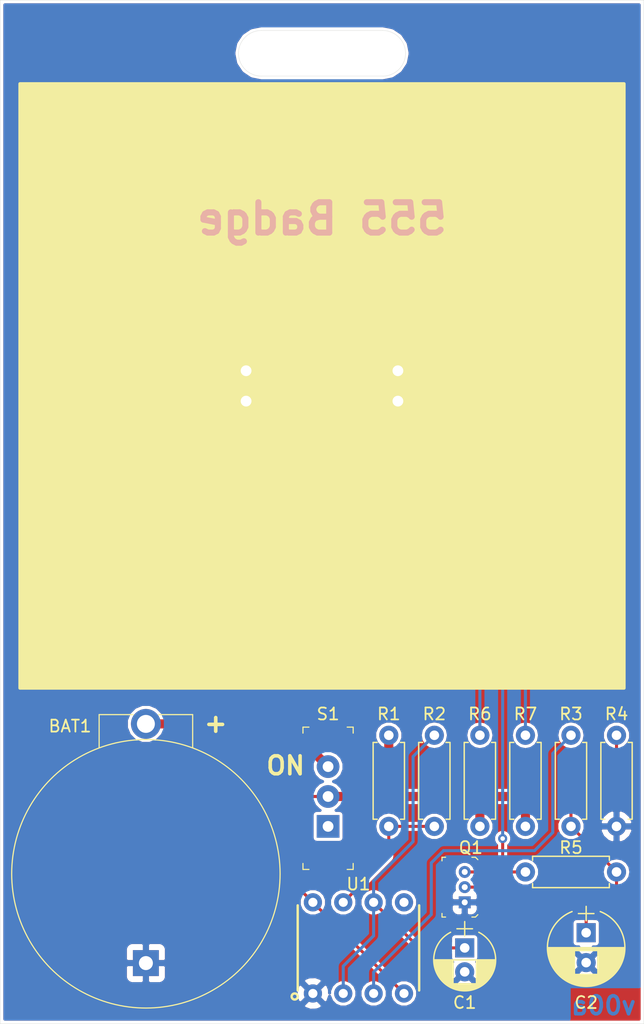
<source format=kicad_pcb>
(kicad_pcb (version 4) (host pcbnew 4.0.7)

  (general
    (links 25)
    (no_connects 0)
    (area 126.987299 41.389299 180.860701 127.012701)
    (thickness 1.6)
    (drawings 13)
    (tracks 67)
    (zones 0)
    (modules 15)
    (nets 14)
  )

  (page A4)
  (layers
    (0 F.Cu signal)
    (31 B.Cu signal)
    (32 B.Adhes user)
    (33 F.Adhes user)
    (34 B.Paste user hide)
    (35 F.Paste user hide)
    (36 B.SilkS user)
    (37 F.SilkS user hide)
    (38 B.Mask user)
    (39 F.Mask user)
    (40 Dwgs.User user hide)
    (41 Cmts.User user hide)
    (42 Eco1.User user hide)
    (43 Eco2.User user hide)
    (44 Edge.Cuts user)
    (45 Margin user hide)
    (46 B.CrtYd user)
    (47 F.CrtYd user)
    (48 B.Fab user)
    (49 F.Fab user)
  )

  (setup
    (last_trace_width 0.254)
    (user_trace_width 0.762)
    (trace_clearance 0.254)
    (zone_clearance 0.254)
    (zone_45_only no)
    (trace_min 0.2)
    (segment_width 0.2)
    (edge_width 0.15)
    (via_size 0.762)
    (via_drill 0.381)
    (via_min_size 0.4)
    (via_min_drill 0.3)
    (uvia_size 0.3)
    (uvia_drill 0.1)
    (uvias_allowed no)
    (uvia_min_size 0.2)
    (uvia_min_drill 0.1)
    (pcb_text_width 0.3)
    (pcb_text_size 1.5 1.5)
    (mod_edge_width 0.15)
    (mod_text_size 1 1)
    (mod_text_width 0.15)
    (pad_size 2.17 2.17)
    (pad_drill 1.17)
    (pad_to_mask_clearance 0.2)
    (aux_axis_origin 0 0)
    (grid_origin 44.704 23.114)
    (visible_elements 7FFFFFFF)
    (pcbplotparams
      (layerselection 0x010f0_80000001)
      (usegerberextensions true)
      (excludeedgelayer true)
      (linewidth 0.100000)
      (plotframeref false)
      (viasonmask false)
      (mode 1)
      (useauxorigin false)
      (hpglpennumber 1)
      (hpglpenspeed 20)
      (hpglpendiameter 15)
      (hpglpenoverlay 2)
      (psnegative false)
      (psa4output false)
      (plotreference true)
      (plotvalue true)
      (plotinvisibletext false)
      (padsonsilk false)
      (subtractmaskfromsilk false)
      (outputformat 1)
      (mirror false)
      (drillshape 0)
      (scaleselection 1)
      (outputdirectory gerbers/))
  )

  (net 0 "")
  (net 1 "Net-(Q1-Pad2)")
  (net 2 "Net-(D1-Pad1)")
  (net 3 GND)
  (net 4 VCC)
  (net 5 "Net-(BAT1-PadPos)")
  (net 6 "Net-(C1-Pad1)")
  (net 7 "Net-(C2-Pad1)")
  (net 8 "Net-(D1-Pad2)")
  (net 9 "Net-(D2-Pad2)")
  (net 10 "Net-(R1-Pad2)")
  (net 11 "Net-(R3-Pad2)")
  (net 12 "Net-(S1-Pad1)")
  (net 13 "Net-(U1-Pad5)")

  (net_class Default "This is the default net class."
    (clearance 0.254)
    (trace_width 0.254)
    (via_dia 0.762)
    (via_drill 0.381)
    (uvia_dia 0.3)
    (uvia_drill 0.1)
    (add_net GND)
    (add_net "Net-(BAT1-PadPos)")
    (add_net "Net-(C1-Pad1)")
    (add_net "Net-(C2-Pad1)")
    (add_net "Net-(D1-Pad1)")
    (add_net "Net-(D1-Pad2)")
    (add_net "Net-(D2-Pad2)")
    (add_net "Net-(Q1-Pad2)")
    (add_net "Net-(R1-Pad2)")
    (add_net "Net-(R3-Pad2)")
    (add_net "Net-(S1-Pad1)")
    (add_net "Net-(U1-Pad5)")
    (add_net VCC)
  )

  (module LEDs:LED_D3.0mm (layer F.Cu) (tedit 587A3A7B) (tstamp 5A3FD23B)
    (at 147.574 74.93 90)
    (descr "LED, diameter 3.0mm, 2 pins")
    (tags "LED diameter 3.0mm 2 pins")
    (path /5A1B2FC9)
    (fp_text reference D1 (at 1.27 -2.96 90) (layer F.SilkS)
      (effects (font (size 1 1) (thickness 0.15)))
    )
    (fp_text value RED (at 1.27 2.96 90) (layer F.Fab)
      (effects (font (size 1 1) (thickness 0.15)))
    )
    (fp_arc (start 1.27 0) (end -0.23 -1.16619) (angle 284.3) (layer F.Fab) (width 0.1))
    (fp_arc (start 1.27 0) (end -0.29 -1.235516) (angle 108.8) (layer F.SilkS) (width 0.12))
    (fp_arc (start 1.27 0) (end -0.29 1.235516) (angle -108.8) (layer F.SilkS) (width 0.12))
    (fp_arc (start 1.27 0) (end 0.229039 -1.08) (angle 87.9) (layer F.SilkS) (width 0.12))
    (fp_arc (start 1.27 0) (end 0.229039 1.08) (angle -87.9) (layer F.SilkS) (width 0.12))
    (fp_circle (center 1.27 0) (end 2.77 0) (layer F.Fab) (width 0.1))
    (fp_line (start -0.23 -1.16619) (end -0.23 1.16619) (layer F.Fab) (width 0.1))
    (fp_line (start -0.29 -1.236) (end -0.29 -1.08) (layer F.SilkS) (width 0.12))
    (fp_line (start -0.29 1.08) (end -0.29 1.236) (layer F.SilkS) (width 0.12))
    (fp_line (start -1.15 -2.25) (end -1.15 2.25) (layer F.CrtYd) (width 0.05))
    (fp_line (start -1.15 2.25) (end 3.7 2.25) (layer F.CrtYd) (width 0.05))
    (fp_line (start 3.7 2.25) (end 3.7 -2.25) (layer F.CrtYd) (width 0.05))
    (fp_line (start 3.7 -2.25) (end -1.15 -2.25) (layer F.CrtYd) (width 0.05))
    (pad 1 thru_hole rect (at 0 0 90) (size 1.8 1.8) (drill 0.9) (layers *.Cu *.Mask)
      (net 2 "Net-(D1-Pad1)"))
    (pad 2 thru_hole circle (at 2.54 0 90) (size 1.8 1.8) (drill 0.9) (layers *.Cu *.Mask)
      (net 8 "Net-(D1-Pad2)"))
    (model ${KISYS3DMOD}/LEDs.3dshapes/LED_D3.0mm.wrl
      (at (xyz 0 0 0))
      (scale (xyz 0.393701 0.393701 0.393701))
      (rotate (xyz 0 0 0))
    )
  )

  (module 555_badge:ICM7555-PDIP (layer F.Cu) (tedit 5A42EE09) (tstamp 5A3FD28D)
    (at 156.972 120.65)
    (path /5A1B2156)
    (fp_text reference U1 (at 0 -5.334) (layer F.SilkS)
      (effects (font (size 1 1) (thickness 0.15)))
    )
    (fp_text value 7555 (at -0.254 0.254) (layer F.Fab)
      (effects (font (size 1 1) (thickness 0.15)))
    )
    (fp_circle (center -5.334 4.064) (end -5.588 4.064) (layer F.SilkS) (width 0.2032))
    (fp_line (start 5.08 -3.556) (end 5.08 3.556) (layer F.SilkS) (width 0.2032))
    (fp_line (start -5.08 -3.556) (end -5.08 3.556) (layer F.SilkS) (width 0.2032))
    (fp_arc (start -5.08 0) (end -5.08 -1.27) (angle 180) (layer F.Fab) (width 0.1016))
    (fp_line (start 5.08 -3.556) (end 5.08 3.556) (layer F.Fab) (width 0.1016))
    (fp_line (start -5.08 -3.556) (end -5.08 3.556) (layer F.Fab) (width 0.1016))
    (fp_line (start -5.08 3.556) (end 5.08 3.556) (layer F.Fab) (width 0.1016))
    (fp_line (start -5.08 -3.556) (end 5.08 -3.556) (layer F.Fab) (width 0.1016))
    (pad 1 thru_hole circle (at -3.81 3.81) (size 1.524 1.524) (drill 0.762) (layers *.Cu *.Mask)
      (net 3 GND))
    (pad 2 thru_hole circle (at -1.27 3.81) (size 1.524 1.524) (drill 0.762) (layers *.Cu *.Mask)
      (net 6 "Net-(C1-Pad1)"))
    (pad 3 thru_hole circle (at 1.27 3.81) (size 1.524 1.524) (drill 0.762) (layers *.Cu *.Mask)
      (net 11 "Net-(R3-Pad2)"))
    (pad 4 thru_hole circle (at 3.81 3.81) (size 1.524 1.524) (drill 0.762) (layers *.Cu *.Mask)
      (net 4 VCC))
    (pad 5 thru_hole circle (at 3.81 -3.81) (size 1.524 1.524) (drill 0.762) (layers *.Cu *.Mask)
      (net 13 "Net-(U1-Pad5)"))
    (pad 6 thru_hole circle (at 1.27 -3.81) (size 1.524 1.524) (drill 0.762) (layers *.Cu *.Mask)
      (net 6 "Net-(C1-Pad1)"))
    (pad 7 thru_hole circle (at -1.27 -3.81) (size 1.524 1.524) (drill 0.762) (layers *.Cu *.Mask)
      (net 10 "Net-(R1-Pad2)"))
    (pad 8 thru_hole circle (at -3.81 -3.81) (size 1.524 1.524) (drill 0.762) (layers *.Cu *.Mask)
      (net 4 VCC))
  )

  (module Capacitors_THT:CP_Radial_D5.0mm_P2.00mm (layer F.Cu) (tedit 5A42DBDC) (tstamp 5A3FD22F)
    (at 165.862 120.65 270)
    (descr "CP, Radial series, Radial, pin pitch=2.00mm, , diameter=5mm, Electrolytic Capacitor")
    (tags "CP Radial series Radial pin pitch 2.00mm  diameter 5mm Electrolytic Capacitor")
    (path /5A1B2EFD)
    (fp_text reference C1 (at 4.572 0 360) (layer F.SilkS)
      (effects (font (size 1 1) (thickness 0.15)))
    )
    (fp_text value 10uF (at 0.508 -3.556 270) (layer F.Fab)
      (effects (font (size 1 1) (thickness 0.15)))
    )
    (fp_arc (start 1 0) (end -1.30558 -1.18) (angle 125.8) (layer F.SilkS) (width 0.12))
    (fp_arc (start 1 0) (end -1.30558 1.18) (angle -125.8) (layer F.SilkS) (width 0.12))
    (fp_arc (start 1 0) (end 3.30558 -1.18) (angle 54.2) (layer F.SilkS) (width 0.12))
    (fp_circle (center 1 0) (end 3.5 0) (layer F.Fab) (width 0.1))
    (fp_line (start -2.2 0) (end -1 0) (layer F.Fab) (width 0.1))
    (fp_line (start -1.6 -0.65) (end -1.6 0.65) (layer F.Fab) (width 0.1))
    (fp_line (start 1 -2.55) (end 1 2.55) (layer F.SilkS) (width 0.12))
    (fp_line (start 1.04 -2.55) (end 1.04 -0.98) (layer F.SilkS) (width 0.12))
    (fp_line (start 1.04 0.98) (end 1.04 2.55) (layer F.SilkS) (width 0.12))
    (fp_line (start 1.08 -2.549) (end 1.08 -0.98) (layer F.SilkS) (width 0.12))
    (fp_line (start 1.08 0.98) (end 1.08 2.549) (layer F.SilkS) (width 0.12))
    (fp_line (start 1.12 -2.548) (end 1.12 -0.98) (layer F.SilkS) (width 0.12))
    (fp_line (start 1.12 0.98) (end 1.12 2.548) (layer F.SilkS) (width 0.12))
    (fp_line (start 1.16 -2.546) (end 1.16 -0.98) (layer F.SilkS) (width 0.12))
    (fp_line (start 1.16 0.98) (end 1.16 2.546) (layer F.SilkS) (width 0.12))
    (fp_line (start 1.2 -2.543) (end 1.2 -0.98) (layer F.SilkS) (width 0.12))
    (fp_line (start 1.2 0.98) (end 1.2 2.543) (layer F.SilkS) (width 0.12))
    (fp_line (start 1.24 -2.539) (end 1.24 -0.98) (layer F.SilkS) (width 0.12))
    (fp_line (start 1.24 0.98) (end 1.24 2.539) (layer F.SilkS) (width 0.12))
    (fp_line (start 1.28 -2.535) (end 1.28 -0.98) (layer F.SilkS) (width 0.12))
    (fp_line (start 1.28 0.98) (end 1.28 2.535) (layer F.SilkS) (width 0.12))
    (fp_line (start 1.32 -2.531) (end 1.32 -0.98) (layer F.SilkS) (width 0.12))
    (fp_line (start 1.32 0.98) (end 1.32 2.531) (layer F.SilkS) (width 0.12))
    (fp_line (start 1.36 -2.525) (end 1.36 -0.98) (layer F.SilkS) (width 0.12))
    (fp_line (start 1.36 0.98) (end 1.36 2.525) (layer F.SilkS) (width 0.12))
    (fp_line (start 1.4 -2.519) (end 1.4 -0.98) (layer F.SilkS) (width 0.12))
    (fp_line (start 1.4 0.98) (end 1.4 2.519) (layer F.SilkS) (width 0.12))
    (fp_line (start 1.44 -2.513) (end 1.44 -0.98) (layer F.SilkS) (width 0.12))
    (fp_line (start 1.44 0.98) (end 1.44 2.513) (layer F.SilkS) (width 0.12))
    (fp_line (start 1.48 -2.506) (end 1.48 -0.98) (layer F.SilkS) (width 0.12))
    (fp_line (start 1.48 0.98) (end 1.48 2.506) (layer F.SilkS) (width 0.12))
    (fp_line (start 1.52 -2.498) (end 1.52 -0.98) (layer F.SilkS) (width 0.12))
    (fp_line (start 1.52 0.98) (end 1.52 2.498) (layer F.SilkS) (width 0.12))
    (fp_line (start 1.56 -2.489) (end 1.56 -0.98) (layer F.SilkS) (width 0.12))
    (fp_line (start 1.56 0.98) (end 1.56 2.489) (layer F.SilkS) (width 0.12))
    (fp_line (start 1.6 -2.48) (end 1.6 -0.98) (layer F.SilkS) (width 0.12))
    (fp_line (start 1.6 0.98) (end 1.6 2.48) (layer F.SilkS) (width 0.12))
    (fp_line (start 1.64 -2.47) (end 1.64 -0.98) (layer F.SilkS) (width 0.12))
    (fp_line (start 1.64 0.98) (end 1.64 2.47) (layer F.SilkS) (width 0.12))
    (fp_line (start 1.68 -2.46) (end 1.68 -0.98) (layer F.SilkS) (width 0.12))
    (fp_line (start 1.68 0.98) (end 1.68 2.46) (layer F.SilkS) (width 0.12))
    (fp_line (start 1.721 -2.448) (end 1.721 -0.98) (layer F.SilkS) (width 0.12))
    (fp_line (start 1.721 0.98) (end 1.721 2.448) (layer F.SilkS) (width 0.12))
    (fp_line (start 1.761 -2.436) (end 1.761 -0.98) (layer F.SilkS) (width 0.12))
    (fp_line (start 1.761 0.98) (end 1.761 2.436) (layer F.SilkS) (width 0.12))
    (fp_line (start 1.801 -2.424) (end 1.801 -0.98) (layer F.SilkS) (width 0.12))
    (fp_line (start 1.801 0.98) (end 1.801 2.424) (layer F.SilkS) (width 0.12))
    (fp_line (start 1.841 -2.41) (end 1.841 -0.98) (layer F.SilkS) (width 0.12))
    (fp_line (start 1.841 0.98) (end 1.841 2.41) (layer F.SilkS) (width 0.12))
    (fp_line (start 1.881 -2.396) (end 1.881 -0.98) (layer F.SilkS) (width 0.12))
    (fp_line (start 1.881 0.98) (end 1.881 2.396) (layer F.SilkS) (width 0.12))
    (fp_line (start 1.921 -2.382) (end 1.921 -0.98) (layer F.SilkS) (width 0.12))
    (fp_line (start 1.921 0.98) (end 1.921 2.382) (layer F.SilkS) (width 0.12))
    (fp_line (start 1.961 -2.366) (end 1.961 -0.98) (layer F.SilkS) (width 0.12))
    (fp_line (start 1.961 0.98) (end 1.961 2.366) (layer F.SilkS) (width 0.12))
    (fp_line (start 2.001 -2.35) (end 2.001 -0.98) (layer F.SilkS) (width 0.12))
    (fp_line (start 2.001 0.98) (end 2.001 2.35) (layer F.SilkS) (width 0.12))
    (fp_line (start 2.041 -2.333) (end 2.041 -0.98) (layer F.SilkS) (width 0.12))
    (fp_line (start 2.041 0.98) (end 2.041 2.333) (layer F.SilkS) (width 0.12))
    (fp_line (start 2.081 -2.315) (end 2.081 -0.98) (layer F.SilkS) (width 0.12))
    (fp_line (start 2.081 0.98) (end 2.081 2.315) (layer F.SilkS) (width 0.12))
    (fp_line (start 2.121 -2.296) (end 2.121 -0.98) (layer F.SilkS) (width 0.12))
    (fp_line (start 2.121 0.98) (end 2.121 2.296) (layer F.SilkS) (width 0.12))
    (fp_line (start 2.161 -2.276) (end 2.161 -0.98) (layer F.SilkS) (width 0.12))
    (fp_line (start 2.161 0.98) (end 2.161 2.276) (layer F.SilkS) (width 0.12))
    (fp_line (start 2.201 -2.256) (end 2.201 -0.98) (layer F.SilkS) (width 0.12))
    (fp_line (start 2.201 0.98) (end 2.201 2.256) (layer F.SilkS) (width 0.12))
    (fp_line (start 2.241 -2.234) (end 2.241 -0.98) (layer F.SilkS) (width 0.12))
    (fp_line (start 2.241 0.98) (end 2.241 2.234) (layer F.SilkS) (width 0.12))
    (fp_line (start 2.281 -2.212) (end 2.281 -0.98) (layer F.SilkS) (width 0.12))
    (fp_line (start 2.281 0.98) (end 2.281 2.212) (layer F.SilkS) (width 0.12))
    (fp_line (start 2.321 -2.189) (end 2.321 -0.98) (layer F.SilkS) (width 0.12))
    (fp_line (start 2.321 0.98) (end 2.321 2.189) (layer F.SilkS) (width 0.12))
    (fp_line (start 2.361 -2.165) (end 2.361 -0.98) (layer F.SilkS) (width 0.12))
    (fp_line (start 2.361 0.98) (end 2.361 2.165) (layer F.SilkS) (width 0.12))
    (fp_line (start 2.401 -2.14) (end 2.401 -0.98) (layer F.SilkS) (width 0.12))
    (fp_line (start 2.401 0.98) (end 2.401 2.14) (layer F.SilkS) (width 0.12))
    (fp_line (start 2.441 -2.113) (end 2.441 -0.98) (layer F.SilkS) (width 0.12))
    (fp_line (start 2.441 0.98) (end 2.441 2.113) (layer F.SilkS) (width 0.12))
    (fp_line (start 2.481 -2.086) (end 2.481 -0.98) (layer F.SilkS) (width 0.12))
    (fp_line (start 2.481 0.98) (end 2.481 2.086) (layer F.SilkS) (width 0.12))
    (fp_line (start 2.521 -2.058) (end 2.521 -0.98) (layer F.SilkS) (width 0.12))
    (fp_line (start 2.521 0.98) (end 2.521 2.058) (layer F.SilkS) (width 0.12))
    (fp_line (start 2.561 -2.028) (end 2.561 -0.98) (layer F.SilkS) (width 0.12))
    (fp_line (start 2.561 0.98) (end 2.561 2.028) (layer F.SilkS) (width 0.12))
    (fp_line (start 2.601 -1.997) (end 2.601 -0.98) (layer F.SilkS) (width 0.12))
    (fp_line (start 2.601 0.98) (end 2.601 1.997) (layer F.SilkS) (width 0.12))
    (fp_line (start 2.641 -1.965) (end 2.641 -0.98) (layer F.SilkS) (width 0.12))
    (fp_line (start 2.641 0.98) (end 2.641 1.965) (layer F.SilkS) (width 0.12))
    (fp_line (start 2.681 -1.932) (end 2.681 -0.98) (layer F.SilkS) (width 0.12))
    (fp_line (start 2.681 0.98) (end 2.681 1.932) (layer F.SilkS) (width 0.12))
    (fp_line (start 2.721 -1.897) (end 2.721 -0.98) (layer F.SilkS) (width 0.12))
    (fp_line (start 2.721 0.98) (end 2.721 1.897) (layer F.SilkS) (width 0.12))
    (fp_line (start 2.761 -1.861) (end 2.761 -0.98) (layer F.SilkS) (width 0.12))
    (fp_line (start 2.761 0.98) (end 2.761 1.861) (layer F.SilkS) (width 0.12))
    (fp_line (start 2.801 -1.823) (end 2.801 -0.98) (layer F.SilkS) (width 0.12))
    (fp_line (start 2.801 0.98) (end 2.801 1.823) (layer F.SilkS) (width 0.12))
    (fp_line (start 2.841 -1.783) (end 2.841 -0.98) (layer F.SilkS) (width 0.12))
    (fp_line (start 2.841 0.98) (end 2.841 1.783) (layer F.SilkS) (width 0.12))
    (fp_line (start 2.881 -1.742) (end 2.881 -0.98) (layer F.SilkS) (width 0.12))
    (fp_line (start 2.881 0.98) (end 2.881 1.742) (layer F.SilkS) (width 0.12))
    (fp_line (start 2.921 -1.699) (end 2.921 -0.98) (layer F.SilkS) (width 0.12))
    (fp_line (start 2.921 0.98) (end 2.921 1.699) (layer F.SilkS) (width 0.12))
    (fp_line (start 2.961 -1.654) (end 2.961 -0.98) (layer F.SilkS) (width 0.12))
    (fp_line (start 2.961 0.98) (end 2.961 1.654) (layer F.SilkS) (width 0.12))
    (fp_line (start 3.001 -1.606) (end 3.001 1.606) (layer F.SilkS) (width 0.12))
    (fp_line (start 3.041 -1.556) (end 3.041 1.556) (layer F.SilkS) (width 0.12))
    (fp_line (start 3.081 -1.504) (end 3.081 1.504) (layer F.SilkS) (width 0.12))
    (fp_line (start 3.121 -1.448) (end 3.121 1.448) (layer F.SilkS) (width 0.12))
    (fp_line (start 3.161 -1.39) (end 3.161 1.39) (layer F.SilkS) (width 0.12))
    (fp_line (start 3.201 -1.327) (end 3.201 1.327) (layer F.SilkS) (width 0.12))
    (fp_line (start 3.241 -1.261) (end 3.241 1.261) (layer F.SilkS) (width 0.12))
    (fp_line (start 3.281 -1.189) (end 3.281 1.189) (layer F.SilkS) (width 0.12))
    (fp_line (start 3.321 -1.112) (end 3.321 1.112) (layer F.SilkS) (width 0.12))
    (fp_line (start 3.361 -1.028) (end 3.361 1.028) (layer F.SilkS) (width 0.12))
    (fp_line (start 3.401 -0.934) (end 3.401 0.934) (layer F.SilkS) (width 0.12))
    (fp_line (start 3.441 -0.829) (end 3.441 0.829) (layer F.SilkS) (width 0.12))
    (fp_line (start 3.481 -0.707) (end 3.481 0.707) (layer F.SilkS) (width 0.12))
    (fp_line (start 3.521 -0.559) (end 3.521 0.559) (layer F.SilkS) (width 0.12))
    (fp_line (start 3.561 -0.354) (end 3.561 0.354) (layer F.SilkS) (width 0.12))
    (fp_line (start -2.2 0) (end -1 0) (layer F.SilkS) (width 0.12))
    (fp_line (start -1.6 -0.65) (end -1.6 0.65) (layer F.SilkS) (width 0.12))
    (fp_line (start -1.85 -2.85) (end -1.85 2.85) (layer F.CrtYd) (width 0.05))
    (fp_line (start -1.85 2.85) (end 3.85 2.85) (layer F.CrtYd) (width 0.05))
    (fp_line (start 3.85 2.85) (end 3.85 -2.85) (layer F.CrtYd) (width 0.05))
    (fp_line (start 3.85 -2.85) (end -1.85 -2.85) (layer F.CrtYd) (width 0.05))
    (fp_text user %R (at 1 0 270) (layer F.Fab)
      (effects (font (size 1 1) (thickness 0.15)))
    )
    (pad 1 thru_hole rect (at 0 0 270) (size 1.6 1.6) (drill 0.8) (layers *.Cu *.Mask)
      (net 6 "Net-(C1-Pad1)"))
    (pad 2 thru_hole circle (at 2 0 270) (size 1.6 1.6) (drill 0.8) (layers *.Cu *.Mask)
      (net 3 GND))
    (model ${KISYS3DMOD}/Capacitors_THT.3dshapes/CP_Radial_D5.0mm_P2.00mm.wrl
      (at (xyz 0 0 0))
      (scale (xyz 1 1 1))
      (rotate (xyz 0 0 0))
    )
  )

  (module Capacitors_THT:CP_Radial_D6.3mm_P2.50mm (layer F.Cu) (tedit 5A42DBC2) (tstamp 5A3FD235)
    (at 176.022 119.38 270)
    (descr "CP, Radial series, Radial, pin pitch=2.50mm, , diameter=6.3mm, Electrolytic Capacitor")
    (tags "CP Radial series Radial pin pitch 2.50mm  diameter 6.3mm Electrolytic Capacitor")
    (path /5A1B2F76)
    (fp_text reference C2 (at 5.842 0 360) (layer F.SilkS)
      (effects (font (size 1 1) (thickness 0.15)))
    )
    (fp_text value 100uF (at 1.25 4.46 270) (layer F.Fab)
      (effects (font (size 1 1) (thickness 0.15)))
    )
    (fp_arc (start 1.25 0) (end -1.767482 -1.18) (angle 137.3) (layer F.SilkS) (width 0.12))
    (fp_arc (start 1.25 0) (end -1.767482 1.18) (angle -137.3) (layer F.SilkS) (width 0.12))
    (fp_arc (start 1.25 0) (end 4.267482 -1.18) (angle 42.7) (layer F.SilkS) (width 0.12))
    (fp_circle (center 1.25 0) (end 4.4 0) (layer F.Fab) (width 0.1))
    (fp_line (start -2.2 0) (end -1 0) (layer F.Fab) (width 0.1))
    (fp_line (start -1.6 -0.65) (end -1.6 0.65) (layer F.Fab) (width 0.1))
    (fp_line (start 1.25 -3.2) (end 1.25 3.2) (layer F.SilkS) (width 0.12))
    (fp_line (start 1.29 -3.2) (end 1.29 3.2) (layer F.SilkS) (width 0.12))
    (fp_line (start 1.33 -3.2) (end 1.33 3.2) (layer F.SilkS) (width 0.12))
    (fp_line (start 1.37 -3.198) (end 1.37 3.198) (layer F.SilkS) (width 0.12))
    (fp_line (start 1.41 -3.197) (end 1.41 3.197) (layer F.SilkS) (width 0.12))
    (fp_line (start 1.45 -3.194) (end 1.45 3.194) (layer F.SilkS) (width 0.12))
    (fp_line (start 1.49 -3.192) (end 1.49 3.192) (layer F.SilkS) (width 0.12))
    (fp_line (start 1.53 -3.188) (end 1.53 -0.98) (layer F.SilkS) (width 0.12))
    (fp_line (start 1.53 0.98) (end 1.53 3.188) (layer F.SilkS) (width 0.12))
    (fp_line (start 1.57 -3.185) (end 1.57 -0.98) (layer F.SilkS) (width 0.12))
    (fp_line (start 1.57 0.98) (end 1.57 3.185) (layer F.SilkS) (width 0.12))
    (fp_line (start 1.61 -3.18) (end 1.61 -0.98) (layer F.SilkS) (width 0.12))
    (fp_line (start 1.61 0.98) (end 1.61 3.18) (layer F.SilkS) (width 0.12))
    (fp_line (start 1.65 -3.176) (end 1.65 -0.98) (layer F.SilkS) (width 0.12))
    (fp_line (start 1.65 0.98) (end 1.65 3.176) (layer F.SilkS) (width 0.12))
    (fp_line (start 1.69 -3.17) (end 1.69 -0.98) (layer F.SilkS) (width 0.12))
    (fp_line (start 1.69 0.98) (end 1.69 3.17) (layer F.SilkS) (width 0.12))
    (fp_line (start 1.73 -3.165) (end 1.73 -0.98) (layer F.SilkS) (width 0.12))
    (fp_line (start 1.73 0.98) (end 1.73 3.165) (layer F.SilkS) (width 0.12))
    (fp_line (start 1.77 -3.158) (end 1.77 -0.98) (layer F.SilkS) (width 0.12))
    (fp_line (start 1.77 0.98) (end 1.77 3.158) (layer F.SilkS) (width 0.12))
    (fp_line (start 1.81 -3.152) (end 1.81 -0.98) (layer F.SilkS) (width 0.12))
    (fp_line (start 1.81 0.98) (end 1.81 3.152) (layer F.SilkS) (width 0.12))
    (fp_line (start 1.85 -3.144) (end 1.85 -0.98) (layer F.SilkS) (width 0.12))
    (fp_line (start 1.85 0.98) (end 1.85 3.144) (layer F.SilkS) (width 0.12))
    (fp_line (start 1.89 -3.137) (end 1.89 -0.98) (layer F.SilkS) (width 0.12))
    (fp_line (start 1.89 0.98) (end 1.89 3.137) (layer F.SilkS) (width 0.12))
    (fp_line (start 1.93 -3.128) (end 1.93 -0.98) (layer F.SilkS) (width 0.12))
    (fp_line (start 1.93 0.98) (end 1.93 3.128) (layer F.SilkS) (width 0.12))
    (fp_line (start 1.971 -3.119) (end 1.971 -0.98) (layer F.SilkS) (width 0.12))
    (fp_line (start 1.971 0.98) (end 1.971 3.119) (layer F.SilkS) (width 0.12))
    (fp_line (start 2.011 -3.11) (end 2.011 -0.98) (layer F.SilkS) (width 0.12))
    (fp_line (start 2.011 0.98) (end 2.011 3.11) (layer F.SilkS) (width 0.12))
    (fp_line (start 2.051 -3.1) (end 2.051 -0.98) (layer F.SilkS) (width 0.12))
    (fp_line (start 2.051 0.98) (end 2.051 3.1) (layer F.SilkS) (width 0.12))
    (fp_line (start 2.091 -3.09) (end 2.091 -0.98) (layer F.SilkS) (width 0.12))
    (fp_line (start 2.091 0.98) (end 2.091 3.09) (layer F.SilkS) (width 0.12))
    (fp_line (start 2.131 -3.079) (end 2.131 -0.98) (layer F.SilkS) (width 0.12))
    (fp_line (start 2.131 0.98) (end 2.131 3.079) (layer F.SilkS) (width 0.12))
    (fp_line (start 2.171 -3.067) (end 2.171 -0.98) (layer F.SilkS) (width 0.12))
    (fp_line (start 2.171 0.98) (end 2.171 3.067) (layer F.SilkS) (width 0.12))
    (fp_line (start 2.211 -3.055) (end 2.211 -0.98) (layer F.SilkS) (width 0.12))
    (fp_line (start 2.211 0.98) (end 2.211 3.055) (layer F.SilkS) (width 0.12))
    (fp_line (start 2.251 -3.042) (end 2.251 -0.98) (layer F.SilkS) (width 0.12))
    (fp_line (start 2.251 0.98) (end 2.251 3.042) (layer F.SilkS) (width 0.12))
    (fp_line (start 2.291 -3.029) (end 2.291 -0.98) (layer F.SilkS) (width 0.12))
    (fp_line (start 2.291 0.98) (end 2.291 3.029) (layer F.SilkS) (width 0.12))
    (fp_line (start 2.331 -3.015) (end 2.331 -0.98) (layer F.SilkS) (width 0.12))
    (fp_line (start 2.331 0.98) (end 2.331 3.015) (layer F.SilkS) (width 0.12))
    (fp_line (start 2.371 -3.001) (end 2.371 -0.98) (layer F.SilkS) (width 0.12))
    (fp_line (start 2.371 0.98) (end 2.371 3.001) (layer F.SilkS) (width 0.12))
    (fp_line (start 2.411 -2.986) (end 2.411 -0.98) (layer F.SilkS) (width 0.12))
    (fp_line (start 2.411 0.98) (end 2.411 2.986) (layer F.SilkS) (width 0.12))
    (fp_line (start 2.451 -2.97) (end 2.451 -0.98) (layer F.SilkS) (width 0.12))
    (fp_line (start 2.451 0.98) (end 2.451 2.97) (layer F.SilkS) (width 0.12))
    (fp_line (start 2.491 -2.954) (end 2.491 -0.98) (layer F.SilkS) (width 0.12))
    (fp_line (start 2.491 0.98) (end 2.491 2.954) (layer F.SilkS) (width 0.12))
    (fp_line (start 2.531 -2.937) (end 2.531 -0.98) (layer F.SilkS) (width 0.12))
    (fp_line (start 2.531 0.98) (end 2.531 2.937) (layer F.SilkS) (width 0.12))
    (fp_line (start 2.571 -2.919) (end 2.571 -0.98) (layer F.SilkS) (width 0.12))
    (fp_line (start 2.571 0.98) (end 2.571 2.919) (layer F.SilkS) (width 0.12))
    (fp_line (start 2.611 -2.901) (end 2.611 -0.98) (layer F.SilkS) (width 0.12))
    (fp_line (start 2.611 0.98) (end 2.611 2.901) (layer F.SilkS) (width 0.12))
    (fp_line (start 2.651 -2.882) (end 2.651 -0.98) (layer F.SilkS) (width 0.12))
    (fp_line (start 2.651 0.98) (end 2.651 2.882) (layer F.SilkS) (width 0.12))
    (fp_line (start 2.691 -2.863) (end 2.691 -0.98) (layer F.SilkS) (width 0.12))
    (fp_line (start 2.691 0.98) (end 2.691 2.863) (layer F.SilkS) (width 0.12))
    (fp_line (start 2.731 -2.843) (end 2.731 -0.98) (layer F.SilkS) (width 0.12))
    (fp_line (start 2.731 0.98) (end 2.731 2.843) (layer F.SilkS) (width 0.12))
    (fp_line (start 2.771 -2.822) (end 2.771 -0.98) (layer F.SilkS) (width 0.12))
    (fp_line (start 2.771 0.98) (end 2.771 2.822) (layer F.SilkS) (width 0.12))
    (fp_line (start 2.811 -2.8) (end 2.811 -0.98) (layer F.SilkS) (width 0.12))
    (fp_line (start 2.811 0.98) (end 2.811 2.8) (layer F.SilkS) (width 0.12))
    (fp_line (start 2.851 -2.778) (end 2.851 -0.98) (layer F.SilkS) (width 0.12))
    (fp_line (start 2.851 0.98) (end 2.851 2.778) (layer F.SilkS) (width 0.12))
    (fp_line (start 2.891 -2.755) (end 2.891 -0.98) (layer F.SilkS) (width 0.12))
    (fp_line (start 2.891 0.98) (end 2.891 2.755) (layer F.SilkS) (width 0.12))
    (fp_line (start 2.931 -2.731) (end 2.931 -0.98) (layer F.SilkS) (width 0.12))
    (fp_line (start 2.931 0.98) (end 2.931 2.731) (layer F.SilkS) (width 0.12))
    (fp_line (start 2.971 -2.706) (end 2.971 -0.98) (layer F.SilkS) (width 0.12))
    (fp_line (start 2.971 0.98) (end 2.971 2.706) (layer F.SilkS) (width 0.12))
    (fp_line (start 3.011 -2.681) (end 3.011 -0.98) (layer F.SilkS) (width 0.12))
    (fp_line (start 3.011 0.98) (end 3.011 2.681) (layer F.SilkS) (width 0.12))
    (fp_line (start 3.051 -2.654) (end 3.051 -0.98) (layer F.SilkS) (width 0.12))
    (fp_line (start 3.051 0.98) (end 3.051 2.654) (layer F.SilkS) (width 0.12))
    (fp_line (start 3.091 -2.627) (end 3.091 -0.98) (layer F.SilkS) (width 0.12))
    (fp_line (start 3.091 0.98) (end 3.091 2.627) (layer F.SilkS) (width 0.12))
    (fp_line (start 3.131 -2.599) (end 3.131 -0.98) (layer F.SilkS) (width 0.12))
    (fp_line (start 3.131 0.98) (end 3.131 2.599) (layer F.SilkS) (width 0.12))
    (fp_line (start 3.171 -2.57) (end 3.171 -0.98) (layer F.SilkS) (width 0.12))
    (fp_line (start 3.171 0.98) (end 3.171 2.57) (layer F.SilkS) (width 0.12))
    (fp_line (start 3.211 -2.54) (end 3.211 -0.98) (layer F.SilkS) (width 0.12))
    (fp_line (start 3.211 0.98) (end 3.211 2.54) (layer F.SilkS) (width 0.12))
    (fp_line (start 3.251 -2.51) (end 3.251 -0.98) (layer F.SilkS) (width 0.12))
    (fp_line (start 3.251 0.98) (end 3.251 2.51) (layer F.SilkS) (width 0.12))
    (fp_line (start 3.291 -2.478) (end 3.291 -0.98) (layer F.SilkS) (width 0.12))
    (fp_line (start 3.291 0.98) (end 3.291 2.478) (layer F.SilkS) (width 0.12))
    (fp_line (start 3.331 -2.445) (end 3.331 -0.98) (layer F.SilkS) (width 0.12))
    (fp_line (start 3.331 0.98) (end 3.331 2.445) (layer F.SilkS) (width 0.12))
    (fp_line (start 3.371 -2.411) (end 3.371 -0.98) (layer F.SilkS) (width 0.12))
    (fp_line (start 3.371 0.98) (end 3.371 2.411) (layer F.SilkS) (width 0.12))
    (fp_line (start 3.411 -2.375) (end 3.411 -0.98) (layer F.SilkS) (width 0.12))
    (fp_line (start 3.411 0.98) (end 3.411 2.375) (layer F.SilkS) (width 0.12))
    (fp_line (start 3.451 -2.339) (end 3.451 -0.98) (layer F.SilkS) (width 0.12))
    (fp_line (start 3.451 0.98) (end 3.451 2.339) (layer F.SilkS) (width 0.12))
    (fp_line (start 3.491 -2.301) (end 3.491 2.301) (layer F.SilkS) (width 0.12))
    (fp_line (start 3.531 -2.262) (end 3.531 2.262) (layer F.SilkS) (width 0.12))
    (fp_line (start 3.571 -2.222) (end 3.571 2.222) (layer F.SilkS) (width 0.12))
    (fp_line (start 3.611 -2.18) (end 3.611 2.18) (layer F.SilkS) (width 0.12))
    (fp_line (start 3.651 -2.137) (end 3.651 2.137) (layer F.SilkS) (width 0.12))
    (fp_line (start 3.691 -2.092) (end 3.691 2.092) (layer F.SilkS) (width 0.12))
    (fp_line (start 3.731 -2.045) (end 3.731 2.045) (layer F.SilkS) (width 0.12))
    (fp_line (start 3.771 -1.997) (end 3.771 1.997) (layer F.SilkS) (width 0.12))
    (fp_line (start 3.811 -1.946) (end 3.811 1.946) (layer F.SilkS) (width 0.12))
    (fp_line (start 3.851 -1.894) (end 3.851 1.894) (layer F.SilkS) (width 0.12))
    (fp_line (start 3.891 -1.839) (end 3.891 1.839) (layer F.SilkS) (width 0.12))
    (fp_line (start 3.931 -1.781) (end 3.931 1.781) (layer F.SilkS) (width 0.12))
    (fp_line (start 3.971 -1.721) (end 3.971 1.721) (layer F.SilkS) (width 0.12))
    (fp_line (start 4.011 -1.658) (end 4.011 1.658) (layer F.SilkS) (width 0.12))
    (fp_line (start 4.051 -1.591) (end 4.051 1.591) (layer F.SilkS) (width 0.12))
    (fp_line (start 4.091 -1.52) (end 4.091 1.52) (layer F.SilkS) (width 0.12))
    (fp_line (start 4.131 -1.445) (end 4.131 1.445) (layer F.SilkS) (width 0.12))
    (fp_line (start 4.171 -1.364) (end 4.171 1.364) (layer F.SilkS) (width 0.12))
    (fp_line (start 4.211 -1.278) (end 4.211 1.278) (layer F.SilkS) (width 0.12))
    (fp_line (start 4.251 -1.184) (end 4.251 1.184) (layer F.SilkS) (width 0.12))
    (fp_line (start 4.291 -1.081) (end 4.291 1.081) (layer F.SilkS) (width 0.12))
    (fp_line (start 4.331 -0.966) (end 4.331 0.966) (layer F.SilkS) (width 0.12))
    (fp_line (start 4.371 -0.834) (end 4.371 0.834) (layer F.SilkS) (width 0.12))
    (fp_line (start 4.411 -0.676) (end 4.411 0.676) (layer F.SilkS) (width 0.12))
    (fp_line (start 4.451 -0.468) (end 4.451 0.468) (layer F.SilkS) (width 0.12))
    (fp_line (start -2.2 0) (end -1 0) (layer F.SilkS) (width 0.12))
    (fp_line (start -1.6 -0.65) (end -1.6 0.65) (layer F.SilkS) (width 0.12))
    (fp_line (start -2.25 -3.5) (end -2.25 3.5) (layer F.CrtYd) (width 0.05))
    (fp_line (start -2.25 3.5) (end 4.75 3.5) (layer F.CrtYd) (width 0.05))
    (fp_line (start 4.75 3.5) (end 4.75 -3.5) (layer F.CrtYd) (width 0.05))
    (fp_line (start 4.75 -3.5) (end -2.25 -3.5) (layer F.CrtYd) (width 0.05))
    (fp_text user %R (at 1.25 0 270) (layer F.Fab)
      (effects (font (size 1 1) (thickness 0.15)))
    )
    (pad 1 thru_hole rect (at 0 0 270) (size 1.6 1.6) (drill 0.8) (layers *.Cu *.Mask)
      (net 7 "Net-(C2-Pad1)"))
    (pad 2 thru_hole circle (at 2.5 0 270) (size 1.6 1.6) (drill 0.8) (layers *.Cu *.Mask)
      (net 3 GND))
    (model ${KISYS3DMOD}/Capacitors_THT.3dshapes/CP_Radial_D6.3mm_P2.50mm.wrl
      (at (xyz 0 0 0))
      (scale (xyz 1 1 1))
      (rotate (xyz 0 0 0))
    )
  )

  (module LEDs:LED_D3.0mm (layer F.Cu) (tedit 587A3A7B) (tstamp 5A3FD241)
    (at 160.274 74.93 90)
    (descr "LED, diameter 3.0mm, 2 pins")
    (tags "LED diameter 3.0mm 2 pins")
    (path /5A1B303E)
    (fp_text reference D2 (at 1.27 -2.96 90) (layer F.SilkS)
      (effects (font (size 1 1) (thickness 0.15)))
    )
    (fp_text value RED (at 1.27 2.96 90) (layer F.Fab)
      (effects (font (size 1 1) (thickness 0.15)))
    )
    (fp_arc (start 1.27 0) (end -0.23 -1.16619) (angle 284.3) (layer F.Fab) (width 0.1))
    (fp_arc (start 1.27 0) (end -0.29 -1.235516) (angle 108.8) (layer F.SilkS) (width 0.12))
    (fp_arc (start 1.27 0) (end -0.29 1.235516) (angle -108.8) (layer F.SilkS) (width 0.12))
    (fp_arc (start 1.27 0) (end 0.229039 -1.08) (angle 87.9) (layer F.SilkS) (width 0.12))
    (fp_arc (start 1.27 0) (end 0.229039 1.08) (angle -87.9) (layer F.SilkS) (width 0.12))
    (fp_circle (center 1.27 0) (end 2.77 0) (layer F.Fab) (width 0.1))
    (fp_line (start -0.23 -1.16619) (end -0.23 1.16619) (layer F.Fab) (width 0.1))
    (fp_line (start -0.29 -1.236) (end -0.29 -1.08) (layer F.SilkS) (width 0.12))
    (fp_line (start -0.29 1.08) (end -0.29 1.236) (layer F.SilkS) (width 0.12))
    (fp_line (start -1.15 -2.25) (end -1.15 2.25) (layer F.CrtYd) (width 0.05))
    (fp_line (start -1.15 2.25) (end 3.7 2.25) (layer F.CrtYd) (width 0.05))
    (fp_line (start 3.7 2.25) (end 3.7 -2.25) (layer F.CrtYd) (width 0.05))
    (fp_line (start 3.7 -2.25) (end -1.15 -2.25) (layer F.CrtYd) (width 0.05))
    (pad 1 thru_hole rect (at 0 0 90) (size 1.8 1.8) (drill 0.9) (layers *.Cu *.Mask)
      (net 2 "Net-(D1-Pad1)"))
    (pad 2 thru_hole circle (at 2.54 0 90) (size 1.8 1.8) (drill 0.9) (layers *.Cu *.Mask)
      (net 9 "Net-(D2-Pad2)"))
    (model ${KISYS3DMOD}/LEDs.3dshapes/LED_D3.0mm.wrl
      (at (xyz 0 0 0))
      (scale (xyz 0.393701 0.393701 0.393701))
      (rotate (xyz 0 0 0))
    )
  )

  (module digikey-footprints:TO-92-3 (layer F.Cu) (tedit 5A42ECBF) (tstamp 5A3FD248)
    (at 165.862 116.84 90)
    (descr http://www.st.com/content/ccc/resource/technical/document/datasheet/ff/95/2f/6a/75/70/42/49/CD00000971.pdf/files/CD00000971.pdf/jcr:content/translations/en.CD00000971.pdf)
    (path /5A1B39F5)
    (fp_text reference Q1 (at 4.572 0.508 180) (layer F.SilkS)
      (effects (font (size 1 1) (thickness 0.15)))
    )
    (fp_text value 2N3904 (at 1.22 3.08 90) (layer F.Fab)
      (effects (font (size 1 1) (thickness 0.15)))
    )
    (fp_line (start -1.33 2.01) (end 3.87 2.01) (layer F.CrtYd) (width 0.05))
    (fp_line (start -1.33 -2.06) (end 3.87 -2.06) (layer F.CrtYd) (width 0.05))
    (fp_line (start -1.33 -2.06) (end -1.33 2.01) (layer F.CrtYd) (width 0.05))
    (fp_line (start 3.87 -2.06) (end 3.87 2.01) (layer F.CrtYd) (width 0.05))
    (fp_line (start -1.23 0.9) (end -1.03 1.1) (layer F.SilkS) (width 0.1))
    (fp_line (start -1.23 0.6) (end -1.23 0.9) (layer F.SilkS) (width 0.1))
    (fp_line (start 3.77 0.6) (end 3.77 0.9) (layer F.SilkS) (width 0.1))
    (fp_line (start 3.77 0.9) (end 3.57 1.1) (layer F.SilkS) (width 0.1))
    (fp_line (start 3.77 -1.9) (end 3.77 -1.6) (layer F.SilkS) (width 0.1))
    (fp_line (start 3.77 -1.9) (end 3.47 -1.9) (layer F.SilkS) (width 0.1))
    (fp_line (start -0.93 -1.9) (end -1.23 -1.9) (layer F.SilkS) (width 0.1))
    (fp_line (start -1.23 -1.9) (end -1.23 -1.6) (layer F.SilkS) (width 0.1))
    (fp_line (start 3.62 0.77) (end 3.62 -1.81) (layer F.Fab) (width 0.1))
    (fp_line (start -1.07 0.77) (end -1.08 -1.81) (layer F.Fab) (width 0.1))
    (fp_arc (start 1.27 -1.53) (end 3.62 0.77) (angle 91) (layer F.Fab) (width 0.1))
    (fp_text user %R (at 1.27 -2.794 90) (layer F.Fab)
      (effects (font (size 1 1) (thickness 0.15)))
    )
    (fp_line (start -1.08 -1.81) (end 3.62 -1.81) (layer F.Fab) (width 0.1))
    (pad 1 thru_hole rect (at 0 0 90) (size 1 1) (drill 0.5) (layers *.Cu *.Mask)
      (net 3 GND))
    (pad 2 thru_hole circle (at 1.27 0 90) (size 1 1) (drill 0.5) (layers *.Cu *.Mask)
      (net 1 "Net-(Q1-Pad2)"))
    (pad 3 thru_hole circle (at 2.54 0 90) (size 1 1) (drill 0.5) (layers *.Cu *.Mask)
      (net 2 "Net-(D1-Pad1)"))
  )

  (module Resistors_THT:R_Axial_DIN0207_L6.3mm_D2.5mm_P7.62mm_Horizontal (layer F.Cu) (tedit 5A42DBE3) (tstamp 5A3FD24E)
    (at 159.512 102.87 270)
    (descr "Resistor, Axial_DIN0207 series, Axial, Horizontal, pin pitch=7.62mm, 0.25W = 1/4W, length*diameter=6.3*2.5mm^2, http://cdn-reichelt.de/documents/datenblatt/B400/1_4W%23YAG.pdf")
    (tags "Resistor Axial_DIN0207 series Axial Horizontal pin pitch 7.62mm 0.25W = 1/4W length 6.3mm diameter 2.5mm")
    (path /5A1B2C95)
    (fp_text reference R1 (at -1.778 0 360) (layer F.SilkS)
      (effects (font (size 1 1) (thickness 0.15)))
    )
    (fp_text value 22k (at 3.81 0 270) (layer F.Fab)
      (effects (font (size 1 1) (thickness 0.15)))
    )
    (fp_line (start 0.66 -1.25) (end 0.66 1.25) (layer F.Fab) (width 0.1))
    (fp_line (start 0.66 1.25) (end 6.96 1.25) (layer F.Fab) (width 0.1))
    (fp_line (start 6.96 1.25) (end 6.96 -1.25) (layer F.Fab) (width 0.1))
    (fp_line (start 6.96 -1.25) (end 0.66 -1.25) (layer F.Fab) (width 0.1))
    (fp_line (start 0 0) (end 0.66 0) (layer F.Fab) (width 0.1))
    (fp_line (start 7.62 0) (end 6.96 0) (layer F.Fab) (width 0.1))
    (fp_line (start 0.6 -0.98) (end 0.6 -1.31) (layer F.SilkS) (width 0.12))
    (fp_line (start 0.6 -1.31) (end 7.02 -1.31) (layer F.SilkS) (width 0.12))
    (fp_line (start 7.02 -1.31) (end 7.02 -0.98) (layer F.SilkS) (width 0.12))
    (fp_line (start 0.6 0.98) (end 0.6 1.31) (layer F.SilkS) (width 0.12))
    (fp_line (start 0.6 1.31) (end 7.02 1.31) (layer F.SilkS) (width 0.12))
    (fp_line (start 7.02 1.31) (end 7.02 0.98) (layer F.SilkS) (width 0.12))
    (fp_line (start -1.05 -1.6) (end -1.05 1.6) (layer F.CrtYd) (width 0.05))
    (fp_line (start -1.05 1.6) (end 8.7 1.6) (layer F.CrtYd) (width 0.05))
    (fp_line (start 8.7 1.6) (end 8.7 -1.6) (layer F.CrtYd) (width 0.05))
    (fp_line (start 8.7 -1.6) (end -1.05 -1.6) (layer F.CrtYd) (width 0.05))
    (pad 1 thru_hole circle (at 0 0 270) (size 1.6 1.6) (drill 0.8) (layers *.Cu *.Mask)
      (net 4 VCC))
    (pad 2 thru_hole oval (at 7.62 0 270) (size 1.6 1.6) (drill 0.8) (layers *.Cu *.Mask)
      (net 10 "Net-(R1-Pad2)"))
    (model ${KISYS3DMOD}/Resistors_THT.3dshapes/R_Axial_DIN0207_L6.3mm_D2.5mm_P7.62mm_Horizontal.wrl
      (at (xyz 0 0 0))
      (scale (xyz 0.393701 0.393701 0.393701))
      (rotate (xyz 0 0 0))
    )
  )

  (module Resistors_THT:R_Axial_DIN0207_L6.3mm_D2.5mm_P7.62mm_Horizontal (layer F.Cu) (tedit 5A42DBE7) (tstamp 5A3FD254)
    (at 163.322 110.49 90)
    (descr "Resistor, Axial_DIN0207 series, Axial, Horizontal, pin pitch=7.62mm, 0.25W = 1/4W, length*diameter=6.3*2.5mm^2, http://cdn-reichelt.de/documents/datenblatt/B400/1_4W%23YAG.pdf")
    (tags "Resistor Axial_DIN0207 series Axial Horizontal pin pitch 7.62mm 0.25W = 1/4W length 6.3mm diameter 2.5mm")
    (path /5A1B2D1B)
    (fp_text reference R2 (at 9.398 0 180) (layer F.SilkS)
      (effects (font (size 1 1) (thickness 0.15)))
    )
    (fp_text value 330k (at 3.81 0 90) (layer F.Fab)
      (effects (font (size 1 1) (thickness 0.15)))
    )
    (fp_line (start 0.66 -1.25) (end 0.66 1.25) (layer F.Fab) (width 0.1))
    (fp_line (start 0.66 1.25) (end 6.96 1.25) (layer F.Fab) (width 0.1))
    (fp_line (start 6.96 1.25) (end 6.96 -1.25) (layer F.Fab) (width 0.1))
    (fp_line (start 6.96 -1.25) (end 0.66 -1.25) (layer F.Fab) (width 0.1))
    (fp_line (start 0 0) (end 0.66 0) (layer F.Fab) (width 0.1))
    (fp_line (start 7.62 0) (end 6.96 0) (layer F.Fab) (width 0.1))
    (fp_line (start 0.6 -0.98) (end 0.6 -1.31) (layer F.SilkS) (width 0.12))
    (fp_line (start 0.6 -1.31) (end 7.02 -1.31) (layer F.SilkS) (width 0.12))
    (fp_line (start 7.02 -1.31) (end 7.02 -0.98) (layer F.SilkS) (width 0.12))
    (fp_line (start 0.6 0.98) (end 0.6 1.31) (layer F.SilkS) (width 0.12))
    (fp_line (start 0.6 1.31) (end 7.02 1.31) (layer F.SilkS) (width 0.12))
    (fp_line (start 7.02 1.31) (end 7.02 0.98) (layer F.SilkS) (width 0.12))
    (fp_line (start -1.05 -1.6) (end -1.05 1.6) (layer F.CrtYd) (width 0.05))
    (fp_line (start -1.05 1.6) (end 8.7 1.6) (layer F.CrtYd) (width 0.05))
    (fp_line (start 8.7 1.6) (end 8.7 -1.6) (layer F.CrtYd) (width 0.05))
    (fp_line (start 8.7 -1.6) (end -1.05 -1.6) (layer F.CrtYd) (width 0.05))
    (pad 1 thru_hole circle (at 0 0 90) (size 1.6 1.6) (drill 0.8) (layers *.Cu *.Mask)
      (net 10 "Net-(R1-Pad2)"))
    (pad 2 thru_hole oval (at 7.62 0 90) (size 1.6 1.6) (drill 0.8) (layers *.Cu *.Mask)
      (net 6 "Net-(C1-Pad1)"))
    (model ${KISYS3DMOD}/Resistors_THT.3dshapes/R_Axial_DIN0207_L6.3mm_D2.5mm_P7.62mm_Horizontal.wrl
      (at (xyz 0 0 0))
      (scale (xyz 0.393701 0.393701 0.393701))
      (rotate (xyz 0 0 0))
    )
  )

  (module Resistors_THT:R_Axial_DIN0207_L6.3mm_D2.5mm_P7.62mm_Horizontal (layer F.Cu) (tedit 5A42DBF9) (tstamp 5A3FD25A)
    (at 174.752 110.49 90)
    (descr "Resistor, Axial_DIN0207 series, Axial, Horizontal, pin pitch=7.62mm, 0.25W = 1/4W, length*diameter=6.3*2.5mm^2, http://cdn-reichelt.de/documents/datenblatt/B400/1_4W%23YAG.pdf")
    (tags "Resistor Axial_DIN0207 series Axial Horizontal pin pitch 7.62mm 0.25W = 1/4W length 6.3mm diameter 2.5mm")
    (path /5A1B2D6E)
    (fp_text reference R3 (at 9.398 0 180) (layer F.SilkS)
      (effects (font (size 1 1) (thickness 0.15)))
    )
    (fp_text value 22k (at 3.81 0 90) (layer F.Fab)
      (effects (font (size 1 1) (thickness 0.15)))
    )
    (fp_line (start 0.66 -1.25) (end 0.66 1.25) (layer F.Fab) (width 0.1))
    (fp_line (start 0.66 1.25) (end 6.96 1.25) (layer F.Fab) (width 0.1))
    (fp_line (start 6.96 1.25) (end 6.96 -1.25) (layer F.Fab) (width 0.1))
    (fp_line (start 6.96 -1.25) (end 0.66 -1.25) (layer F.Fab) (width 0.1))
    (fp_line (start 0 0) (end 0.66 0) (layer F.Fab) (width 0.1))
    (fp_line (start 7.62 0) (end 6.96 0) (layer F.Fab) (width 0.1))
    (fp_line (start 0.6 -0.98) (end 0.6 -1.31) (layer F.SilkS) (width 0.12))
    (fp_line (start 0.6 -1.31) (end 7.02 -1.31) (layer F.SilkS) (width 0.12))
    (fp_line (start 7.02 -1.31) (end 7.02 -0.98) (layer F.SilkS) (width 0.12))
    (fp_line (start 0.6 0.98) (end 0.6 1.31) (layer F.SilkS) (width 0.12))
    (fp_line (start 0.6 1.31) (end 7.02 1.31) (layer F.SilkS) (width 0.12))
    (fp_line (start 7.02 1.31) (end 7.02 0.98) (layer F.SilkS) (width 0.12))
    (fp_line (start -1.05 -1.6) (end -1.05 1.6) (layer F.CrtYd) (width 0.05))
    (fp_line (start -1.05 1.6) (end 8.7 1.6) (layer F.CrtYd) (width 0.05))
    (fp_line (start 8.7 1.6) (end 8.7 -1.6) (layer F.CrtYd) (width 0.05))
    (fp_line (start 8.7 -1.6) (end -1.05 -1.6) (layer F.CrtYd) (width 0.05))
    (pad 1 thru_hole circle (at 0 0 90) (size 1.6 1.6) (drill 0.8) (layers *.Cu *.Mask)
      (net 7 "Net-(C2-Pad1)"))
    (pad 2 thru_hole oval (at 7.62 0 90) (size 1.6 1.6) (drill 0.8) (layers *.Cu *.Mask)
      (net 11 "Net-(R3-Pad2)"))
    (model ${KISYS3DMOD}/Resistors_THT.3dshapes/R_Axial_DIN0207_L6.3mm_D2.5mm_P7.62mm_Horizontal.wrl
      (at (xyz 0 0 0))
      (scale (xyz 0.393701 0.393701 0.393701))
      (rotate (xyz 0 0 0))
    )
  )

  (module Resistors_THT:R_Axial_DIN0207_L6.3mm_D2.5mm_P7.62mm_Horizontal (layer F.Cu) (tedit 5A42DBF6) (tstamp 5A3FD260)
    (at 178.562 102.87 270)
    (descr "Resistor, Axial_DIN0207 series, Axial, Horizontal, pin pitch=7.62mm, 0.25W = 1/4W, length*diameter=6.3*2.5mm^2, http://cdn-reichelt.de/documents/datenblatt/B400/1_4W%23YAG.pdf")
    (tags "Resistor Axial_DIN0207 series Axial Horizontal pin pitch 7.62mm 0.25W = 1/4W length 6.3mm diameter 2.5mm")
    (path /5A1B2DDF)
    (fp_text reference R4 (at -1.778 0 360) (layer F.SilkS)
      (effects (font (size 1 1) (thickness 0.15)))
    )
    (fp_text value 100k (at 3.81 0 270) (layer F.Fab)
      (effects (font (size 1 1) (thickness 0.15)))
    )
    (fp_line (start 0.66 -1.25) (end 0.66 1.25) (layer F.Fab) (width 0.1))
    (fp_line (start 0.66 1.25) (end 6.96 1.25) (layer F.Fab) (width 0.1))
    (fp_line (start 6.96 1.25) (end 6.96 -1.25) (layer F.Fab) (width 0.1))
    (fp_line (start 6.96 -1.25) (end 0.66 -1.25) (layer F.Fab) (width 0.1))
    (fp_line (start 0 0) (end 0.66 0) (layer F.Fab) (width 0.1))
    (fp_line (start 7.62 0) (end 6.96 0) (layer F.Fab) (width 0.1))
    (fp_line (start 0.6 -0.98) (end 0.6 -1.31) (layer F.SilkS) (width 0.12))
    (fp_line (start 0.6 -1.31) (end 7.02 -1.31) (layer F.SilkS) (width 0.12))
    (fp_line (start 7.02 -1.31) (end 7.02 -0.98) (layer F.SilkS) (width 0.12))
    (fp_line (start 0.6 0.98) (end 0.6 1.31) (layer F.SilkS) (width 0.12))
    (fp_line (start 0.6 1.31) (end 7.02 1.31) (layer F.SilkS) (width 0.12))
    (fp_line (start 7.02 1.31) (end 7.02 0.98) (layer F.SilkS) (width 0.12))
    (fp_line (start -1.05 -1.6) (end -1.05 1.6) (layer F.CrtYd) (width 0.05))
    (fp_line (start -1.05 1.6) (end 8.7 1.6) (layer F.CrtYd) (width 0.05))
    (fp_line (start 8.7 1.6) (end 8.7 -1.6) (layer F.CrtYd) (width 0.05))
    (fp_line (start 8.7 -1.6) (end -1.05 -1.6) (layer F.CrtYd) (width 0.05))
    (pad 1 thru_hole circle (at 0 0 270) (size 1.6 1.6) (drill 0.8) (layers *.Cu *.Mask)
      (net 7 "Net-(C2-Pad1)"))
    (pad 2 thru_hole oval (at 7.62 0 270) (size 1.6 1.6) (drill 0.8) (layers *.Cu *.Mask)
      (net 3 GND))
    (model ${KISYS3DMOD}/Resistors_THT.3dshapes/R_Axial_DIN0207_L6.3mm_D2.5mm_P7.62mm_Horizontal.wrl
      (at (xyz 0 0 0))
      (scale (xyz 0.393701 0.393701 0.393701))
      (rotate (xyz 0 0 0))
    )
  )

  (module Resistors_THT:R_Axial_DIN0207_L6.3mm_D2.5mm_P7.62mm_Horizontal (layer F.Cu) (tedit 5A42DBE0) (tstamp 5A3FD266)
    (at 170.942 114.3)
    (descr "Resistor, Axial_DIN0207 series, Axial, Horizontal, pin pitch=7.62mm, 0.25W = 1/4W, length*diameter=6.3*2.5mm^2, http://cdn-reichelt.de/documents/datenblatt/B400/1_4W%23YAG.pdf")
    (tags "Resistor Axial_DIN0207 series Axial Horizontal pin pitch 7.62mm 0.25W = 1/4W length 6.3mm diameter 2.5mm")
    (path /5A1B2E02)
    (fp_text reference R5 (at 3.81 -2.032) (layer F.SilkS)
      (effects (font (size 1 1) (thickness 0.15)))
    )
    (fp_text value 10k (at 3.81 0) (layer F.Fab)
      (effects (font (size 1 1) (thickness 0.15)))
    )
    (fp_line (start 0.66 -1.25) (end 0.66 1.25) (layer F.Fab) (width 0.1))
    (fp_line (start 0.66 1.25) (end 6.96 1.25) (layer F.Fab) (width 0.1))
    (fp_line (start 6.96 1.25) (end 6.96 -1.25) (layer F.Fab) (width 0.1))
    (fp_line (start 6.96 -1.25) (end 0.66 -1.25) (layer F.Fab) (width 0.1))
    (fp_line (start 0 0) (end 0.66 0) (layer F.Fab) (width 0.1))
    (fp_line (start 7.62 0) (end 6.96 0) (layer F.Fab) (width 0.1))
    (fp_line (start 0.6 -0.98) (end 0.6 -1.31) (layer F.SilkS) (width 0.12))
    (fp_line (start 0.6 -1.31) (end 7.02 -1.31) (layer F.SilkS) (width 0.12))
    (fp_line (start 7.02 -1.31) (end 7.02 -0.98) (layer F.SilkS) (width 0.12))
    (fp_line (start 0.6 0.98) (end 0.6 1.31) (layer F.SilkS) (width 0.12))
    (fp_line (start 0.6 1.31) (end 7.02 1.31) (layer F.SilkS) (width 0.12))
    (fp_line (start 7.02 1.31) (end 7.02 0.98) (layer F.SilkS) (width 0.12))
    (fp_line (start -1.05 -1.6) (end -1.05 1.6) (layer F.CrtYd) (width 0.05))
    (fp_line (start -1.05 1.6) (end 8.7 1.6) (layer F.CrtYd) (width 0.05))
    (fp_line (start 8.7 1.6) (end 8.7 -1.6) (layer F.CrtYd) (width 0.05))
    (fp_line (start 8.7 -1.6) (end -1.05 -1.6) (layer F.CrtYd) (width 0.05))
    (pad 1 thru_hole circle (at 0 0) (size 1.6 1.6) (drill 0.8) (layers *.Cu *.Mask)
      (net 1 "Net-(Q1-Pad2)"))
    (pad 2 thru_hole oval (at 7.62 0) (size 1.6 1.6) (drill 0.8) (layers *.Cu *.Mask)
      (net 7 "Net-(C2-Pad1)"))
    (model ${KISYS3DMOD}/Resistors_THT.3dshapes/R_Axial_DIN0207_L6.3mm_D2.5mm_P7.62mm_Horizontal.wrl
      (at (xyz 0 0 0))
      (scale (xyz 0.393701 0.393701 0.393701))
      (rotate (xyz 0 0 0))
    )
  )

  (module Resistors_THT:R_Axial_DIN0207_L6.3mm_D2.5mm_P7.62mm_Horizontal (layer F.Cu) (tedit 5A42DBEA) (tstamp 5A3FD26C)
    (at 167.132 110.49 90)
    (descr "Resistor, Axial_DIN0207 series, Axial, Horizontal, pin pitch=7.62mm, 0.25W = 1/4W, length*diameter=6.3*2.5mm^2, http://cdn-reichelt.de/documents/datenblatt/B400/1_4W%23YAG.pdf")
    (tags "Resistor Axial_DIN0207 series Axial Horizontal pin pitch 7.62mm 0.25W = 1/4W length 6.3mm diameter 2.5mm")
    (path /5A1B2E6B)
    (fp_text reference R6 (at 9.398 0 180) (layer F.SilkS)
      (effects (font (size 1 1) (thickness 0.15)))
    )
    (fp_text value 100 (at 3.81 0 90) (layer F.Fab)
      (effects (font (size 1 1) (thickness 0.15)))
    )
    (fp_line (start 0.66 -1.25) (end 0.66 1.25) (layer F.Fab) (width 0.1))
    (fp_line (start 0.66 1.25) (end 6.96 1.25) (layer F.Fab) (width 0.1))
    (fp_line (start 6.96 1.25) (end 6.96 -1.25) (layer F.Fab) (width 0.1))
    (fp_line (start 6.96 -1.25) (end 0.66 -1.25) (layer F.Fab) (width 0.1))
    (fp_line (start 0 0) (end 0.66 0) (layer F.Fab) (width 0.1))
    (fp_line (start 7.62 0) (end 6.96 0) (layer F.Fab) (width 0.1))
    (fp_line (start 0.6 -0.98) (end 0.6 -1.31) (layer F.SilkS) (width 0.12))
    (fp_line (start 0.6 -1.31) (end 7.02 -1.31) (layer F.SilkS) (width 0.12))
    (fp_line (start 7.02 -1.31) (end 7.02 -0.98) (layer F.SilkS) (width 0.12))
    (fp_line (start 0.6 0.98) (end 0.6 1.31) (layer F.SilkS) (width 0.12))
    (fp_line (start 0.6 1.31) (end 7.02 1.31) (layer F.SilkS) (width 0.12))
    (fp_line (start 7.02 1.31) (end 7.02 0.98) (layer F.SilkS) (width 0.12))
    (fp_line (start -1.05 -1.6) (end -1.05 1.6) (layer F.CrtYd) (width 0.05))
    (fp_line (start -1.05 1.6) (end 8.7 1.6) (layer F.CrtYd) (width 0.05))
    (fp_line (start 8.7 1.6) (end 8.7 -1.6) (layer F.CrtYd) (width 0.05))
    (fp_line (start 8.7 -1.6) (end -1.05 -1.6) (layer F.CrtYd) (width 0.05))
    (pad 1 thru_hole circle (at 0 0 90) (size 1.6 1.6) (drill 0.8) (layers *.Cu *.Mask)
      (net 4 VCC))
    (pad 2 thru_hole oval (at 7.62 0 90) (size 1.6 1.6) (drill 0.8) (layers *.Cu *.Mask)
      (net 8 "Net-(D1-Pad2)"))
    (model ${KISYS3DMOD}/Resistors_THT.3dshapes/R_Axial_DIN0207_L6.3mm_D2.5mm_P7.62mm_Horizontal.wrl
      (at (xyz 0 0 0))
      (scale (xyz 0.393701 0.393701 0.393701))
      (rotate (xyz 0 0 0))
    )
  )

  (module Resistors_THT:R_Axial_DIN0207_L6.3mm_D2.5mm_P7.62mm_Horizontal (layer F.Cu) (tedit 5A42DBF2) (tstamp 5A3FD272)
    (at 170.942 110.49 90)
    (descr "Resistor, Axial_DIN0207 series, Axial, Horizontal, pin pitch=7.62mm, 0.25W = 1/4W, length*diameter=6.3*2.5mm^2, http://cdn-reichelt.de/documents/datenblatt/B400/1_4W%23YAG.pdf")
    (tags "Resistor Axial_DIN0207 series Axial Horizontal pin pitch 7.62mm 0.25W = 1/4W length 6.3mm diameter 2.5mm")
    (path /5A1B2ED6)
    (fp_text reference R7 (at 9.398 0 180) (layer F.SilkS)
      (effects (font (size 1 1) (thickness 0.15)))
    )
    (fp_text value 100 (at 3.81 0 90) (layer F.Fab)
      (effects (font (size 1 1) (thickness 0.15)))
    )
    (fp_line (start 0.66 -1.25) (end 0.66 1.25) (layer F.Fab) (width 0.1))
    (fp_line (start 0.66 1.25) (end 6.96 1.25) (layer F.Fab) (width 0.1))
    (fp_line (start 6.96 1.25) (end 6.96 -1.25) (layer F.Fab) (width 0.1))
    (fp_line (start 6.96 -1.25) (end 0.66 -1.25) (layer F.Fab) (width 0.1))
    (fp_line (start 0 0) (end 0.66 0) (layer F.Fab) (width 0.1))
    (fp_line (start 7.62 0) (end 6.96 0) (layer F.Fab) (width 0.1))
    (fp_line (start 0.6 -0.98) (end 0.6 -1.31) (layer F.SilkS) (width 0.12))
    (fp_line (start 0.6 -1.31) (end 7.02 -1.31) (layer F.SilkS) (width 0.12))
    (fp_line (start 7.02 -1.31) (end 7.02 -0.98) (layer F.SilkS) (width 0.12))
    (fp_line (start 0.6 0.98) (end 0.6 1.31) (layer F.SilkS) (width 0.12))
    (fp_line (start 0.6 1.31) (end 7.02 1.31) (layer F.SilkS) (width 0.12))
    (fp_line (start 7.02 1.31) (end 7.02 0.98) (layer F.SilkS) (width 0.12))
    (fp_line (start -1.05 -1.6) (end -1.05 1.6) (layer F.CrtYd) (width 0.05))
    (fp_line (start -1.05 1.6) (end 8.7 1.6) (layer F.CrtYd) (width 0.05))
    (fp_line (start 8.7 1.6) (end 8.7 -1.6) (layer F.CrtYd) (width 0.05))
    (fp_line (start 8.7 -1.6) (end -1.05 -1.6) (layer F.CrtYd) (width 0.05))
    (pad 1 thru_hole circle (at 0 0 90) (size 1.6 1.6) (drill 0.8) (layers *.Cu *.Mask)
      (net 4 VCC))
    (pad 2 thru_hole oval (at 7.62 0 90) (size 1.6 1.6) (drill 0.8) (layers *.Cu *.Mask)
      (net 9 "Net-(D2-Pad2)"))
    (model ${KISYS3DMOD}/Resistors_THT.3dshapes/R_Axial_DIN0207_L6.3mm_D2.5mm_P7.62mm_Horizontal.wrl
      (at (xyz 0 0 0))
      (scale (xyz 0.393701 0.393701 0.393701))
      (rotate (xyz 0 0 0))
    )
  )

  (module digikey-footprints:BS-7 (layer F.Cu) (tedit 5A42DBD4) (tstamp 5A42F00B)
    (at 139.192 121.92 90)
    (descr http://www.memoryprotectiondevices.com/datasheets/BS-7-datasheet.pdf)
    (path /5A402B00)
    (fp_text reference BAT1 (at 19.812 -6.35 180) (layer F.SilkS)
      (effects (font (size 1 1) (thickness 0.15)))
    )
    (fp_text value BS-7 (at 7.62 1.778 90) (layer F.Fab)
      (effects (font (size 1 1) (thickness 0.15)))
    )
    (fp_line (start -3.9624 11.43) (end 21.5138 11.43) (layer F.CrtYd) (width 0.05))
    (fp_line (start -3.9624 -11.43) (end 21.5138 -11.43) (layer F.CrtYd) (width 0.05))
    (fp_line (start 21.5138 -11.43) (end 21.5138 11.43) (layer F.CrtYd) (width 0.05))
    (fp_line (start -3.9624 -11.43) (end -3.9624 11.43) (layer F.CrtYd) (width 0.05))
    (fp_line (start 20.7772 3.9116) (end 20.7772 1.0668) (layer F.SilkS) (width 0.1))
    (fp_line (start 20.7772 -3.9116) (end 20.7772 -1.0668) (layer F.SilkS) (width 0.1))
    (fp_line (start 18.034 3.9116) (end 20.7772 3.9116) (layer F.SilkS) (width 0.1))
    (fp_line (start 18.034 -3.9116) (end 20.7772 -3.9116) (layer F.SilkS) (width 0.1))
    (fp_line (start 20.6756 -3.81) (end 20.6756 3.81) (layer F.Fab) (width 0.1))
    (fp_line (start 17.9832 3.81) (end 20.6756 3.81) (layer F.Fab) (width 0.1))
    (fp_line (start 17.9832 -3.81) (end 20.6756 -3.81) (layer F.Fab) (width 0.1))
    (fp_text user %R (at 7.4676 0 90) (layer F.Fab)
      (effects (font (size 1 1) (thickness 0.15)))
    )
    (fp_circle (center 7.4676 0) (end -3.7592 0) (layer F.SilkS) (width 0.1))
    (fp_circle (center 7.4676 0) (end -3.7084 0) (layer F.Fab) (width 0.1))
    (pad Neg thru_hole rect (at 0 0 90) (size 2.17 2.17) (drill 1.17) (layers *.Cu *.Mask)
      (net 3 GND))
    (pad Pos thru_hole circle (at 20 0 90) (size 2.5 2.5) (drill 1.5) (layers *.Cu *.Mask)
      (net 5 "Net-(BAT1-PadPos)"))
  )

  (module digikey-footprints:EG1218 (layer F.Cu) (tedit 5A42E4EE) (tstamp 5A43BE71)
    (at 154.432 110.49 90)
    (descr http://spec_sheets.e-switch.com/specs/P040040.pdf)
    (path /5A42DE0F)
    (fp_text reference S1 (at 9.398 0 180) (layer F.SilkS)
      (effects (font (size 1 1) (thickness 0.15)))
    )
    (fp_text value EG1218 (at 0.254 -3.048 90) (layer F.Fab)
      (effects (font (size 1 1) (thickness 0.15)))
    )
    (fp_text user %R (at 2.5 0 90) (layer F.Fab)
      (effects (font (size 1 1) (thickness 0.15)))
    )
    (fp_line (start -3.67 2.25) (end -3.67 -2.25) (layer F.CrtYd) (width 0.05))
    (fp_line (start -3.67 2.25) (end 8.43 2.25) (layer F.CrtYd) (width 0.05))
    (fp_line (start 8.43 2.25) (end 8.43 -2.25) (layer F.CrtYd) (width 0.05))
    (fp_line (start -3.67 -2.25) (end 8.43 -2.25) (layer F.CrtYd) (width 0.05))
    (fp_line (start 8.3 2.1) (end 7.8 2.1) (layer F.SilkS) (width 0.1))
    (fp_line (start 8.3 2.1) (end 8.3 1.6) (layer F.SilkS) (width 0.1))
    (fp_line (start -3.6 2.1) (end -3.1 2.1) (layer F.SilkS) (width 0.1))
    (fp_line (start -3.6 2.1) (end -3.6 1.6) (layer F.SilkS) (width 0.1))
    (fp_line (start -3.6 -2.1) (end -3.1 -2.1) (layer F.SilkS) (width 0.1))
    (fp_line (start -3.6 -2.1) (end -3.6 -1.6) (layer F.SilkS) (width 0.1))
    (fp_line (start 8.3 -2.1) (end 8.3 -1.6) (layer F.SilkS) (width 0.1))
    (fp_line (start 8.3 -2.1) (end 7.8 -2.1) (layer F.SilkS) (width 0.1))
    (fp_line (start -3.42 2) (end 8.18 2) (layer F.Fab) (width 0.1))
    (fp_line (start 8.18 2) (end 8.18 -2) (layer F.Fab) (width 0.1))
    (fp_line (start -3.42 2) (end -3.42 -2) (layer F.Fab) (width 0.1))
    (fp_line (start -3.42 -2) (end 8.18 -2) (layer F.Fab) (width 0.1))
    (pad 1 thru_hole rect (at 0 0 90) (size 1.9 1.9) (drill 0.9) (layers *.Cu *.Mask)
      (net 12 "Net-(S1-Pad1)"))
    (pad 2 thru_hole circle (at 2.5 0 90) (size 1.9 1.9) (drill 0.9) (layers *.Cu *.Mask)
      (net 4 VCC))
    (pad 3 thru_hole circle (at 5 0 90) (size 1.9 1.9) (drill 0.9) (layers *.Cu *.Mask)
      (net 5 "Net-(BAT1-PadPos)"))
  )

  (gr_text ON (at 150.876 105.41) (layer F.SilkS)
    (effects (font (size 1.5 1.5) (thickness 0.3)))
  )
  (gr_text + (at 145.034 101.854) (layer F.SilkS)
    (effects (font (size 1.5 1.5) (thickness 0.3)))
  )
  (gr_text v00a (at 180.34 125.476) (layer B.Cu)
    (effects (font (size 1.5 1.5) (thickness 0.3)) (justify left mirror))
  )
  (gr_text "555 Badge" (at 153.924 59.69) (layer B.SilkS)
    (effects (font (size 2.54 2.54) (thickness 0.508)) (justify mirror))
  )
  (gr_text "CUT OUT" (at 153.924 45.974) (layer Eco1.User)
    (effects (font (size 1.5 1.5) (thickness 0.3)))
  )
  (gr_arc (start 148.844 45.847) (end 148.844 43.942) (angle -180) (layer Edge.Cuts) (width 0.0254) (tstamp 5A42F137))
  (gr_arc (start 159.004 45.847) (end 159.004 43.942) (angle 180) (layer Edge.Cuts) (width 0.0254))
  (gr_line (start 148.844 47.752) (end 159.004 47.752) (angle 90) (layer Edge.Cuts) (width 0.0254) (tstamp 5A42F11B))
  (gr_line (start 148.844 43.942) (end 159.004 43.942) (angle 90) (layer Edge.Cuts) (width 0.0254))
  (gr_line (start 127 41.402) (end 180.848 41.402) (angle 90) (layer Edge.Cuts) (width 0.0254) (tstamp 5A42F060))
  (gr_line (start 180.848 127) (end 180.848 41.402) (angle 90) (layer Edge.Cuts) (width 0.0254) (tstamp 5A42F05A))
  (gr_line (start 127 127) (end 127 41.402) (angle 90) (layer Edge.Cuts) (width 0.0254) (tstamp 5A42F048))
  (gr_line (start 127 127) (end 180.848 127) (angle 90) (layer Edge.Cuts) (width 0.0254))

  (segment (start 165.862 115.57) (end 167.894 115.57) (width 0.254) (layer F.Cu) (net 1))
  (segment (start 169.164 114.3) (end 170.942 114.3) (width 0.254) (layer F.Cu) (net 1) (tstamp 5A43C47B))
  (segment (start 167.894 115.57) (end 169.164 114.3) (width 0.254) (layer F.Cu) (net 1) (tstamp 5A43C479))
  (segment (start 160.274 74.93) (end 147.574 74.93) (width 0.254) (layer B.Cu) (net 2))
  (segment (start 169.037 92.329) (end 169.037 78.359) (width 0.254) (layer B.Cu) (net 2))
  (via (at 169.037 111.506) (size 0.762) (drill 0.381) (layers F.Cu B.Cu) (net 2))
  (segment (start 169.037 113.157) (end 169.037 111.506) (width 0.254) (layer F.Cu) (net 2) (tstamp 5A582827))
  (segment (start 167.894 114.3) (end 169.037 113.157) (width 0.254) (layer F.Cu) (net 2) (tstamp 5A58281D))
  (segment (start 165.862 114.3) (end 167.894 114.3) (width 0.254) (layer F.Cu) (net 2))
  (segment (start 169.037 111.506) (end 169.037 92.329) (width 0.254) (layer B.Cu) (net 2))
  (segment (start 165.608 74.93) (end 160.274 74.93) (width 0.254) (layer B.Cu) (net 2) (tstamp 5A5828B9))
  (segment (start 169.037 78.359) (end 165.608 74.93) (width 0.254) (layer B.Cu) (net 2) (tstamp 5A5828B2))
  (segment (start 167.132 110.49) (end 167.132 107.99) (width 0.762) (layer F.Cu) (net 4))
  (segment (start 167.132 107.99) (end 167.132 108.077) (width 0.762) (layer F.Cu) (net 4) (tstamp 5A43C50A))
  (segment (start 167.132 108.077) (end 167.132 107.99) (width 0.762) (layer F.Cu) (net 4) (tstamp 5A43C50C))
  (segment (start 170.942 110.49) (end 170.942 108.966) (width 0.762) (layer F.Cu) (net 4))
  (segment (start 169.966 107.99) (end 167.132 107.99) (width 0.762) (layer F.Cu) (net 4) (tstamp 5A43C4F8))
  (segment (start 167.132 107.99) (end 159.512 107.99) (width 0.762) (layer F.Cu) (net 4) (tstamp 5A43C50D))
  (segment (start 170.942 108.966) (end 169.966 107.99) (width 0.762) (layer F.Cu) (net 4) (tstamp 5A43C4F7))
  (segment (start 153.162 116.84) (end 160.782 124.46) (width 0.254) (layer F.Cu) (net 4))
  (segment (start 154.432 107.99) (end 153.122 107.99) (width 0.254) (layer F.Cu) (net 4))
  (segment (start 151.892 115.57) (end 153.162 116.84) (width 0.254) (layer F.Cu) (net 4) (tstamp 5A43C464))
  (segment (start 151.892 109.22) (end 151.892 115.57) (width 0.254) (layer F.Cu) (net 4) (tstamp 5A43C462))
  (segment (start 153.122 107.99) (end 151.892 109.22) (width 0.254) (layer F.Cu) (net 4) (tstamp 5A43C461))
  (segment (start 159.512 102.87) (end 159.512 107.99) (width 0.762) (layer F.Cu) (net 4))
  (segment (start 159.512 107.99) (end 159.512 107.95) (width 0.762) (layer F.Cu) (net 4) (tstamp 5A43C450))
  (segment (start 159.512 107.95) (end 159.512 107.99) (width 0.762) (layer F.Cu) (net 4) (tstamp 5A43C452))
  (segment (start 154.432 107.99) (end 159.512 107.99) (width 0.762) (layer F.Cu) (net 4))
  (segment (start 139.192 101.92) (end 150.862 101.92) (width 0.762) (layer F.Cu) (net 5))
  (segment (start 150.862 101.92) (end 154.432 105.49) (width 0.762) (layer F.Cu) (net 5) (tstamp 5A43C447))
  (segment (start 158.242 116.84) (end 158.242 115.062) (width 0.254) (layer B.Cu) (net 6))
  (segment (start 161.544 104.648) (end 163.322 102.87) (width 0.254) (layer B.Cu) (net 6) (tstamp 5A43C4AD))
  (segment (start 161.544 111.76) (end 161.544 104.648) (width 0.254) (layer B.Cu) (net 6) (tstamp 5A43C4AB))
  (segment (start 158.242 115.062) (end 161.544 111.76) (width 0.254) (layer B.Cu) (net 6) (tstamp 5A43C4A9))
  (segment (start 155.702 124.46) (end 155.702 122.174) (width 0.254) (layer B.Cu) (net 6))
  (segment (start 158.242 119.634) (end 158.242 116.84) (width 0.254) (layer B.Cu) (net 6) (tstamp 5A43C4A5))
  (segment (start 155.702 122.174) (end 158.242 119.634) (width 0.254) (layer B.Cu) (net 6) (tstamp 5A43C4A3))
  (segment (start 165.862 120.65) (end 162.052 120.65) (width 0.254) (layer F.Cu) (net 6))
  (segment (start 162.052 120.65) (end 158.242 116.84) (width 0.254) (layer F.Cu) (net 6) (tstamp 5A43C474))
  (segment (start 174.752 110.49) (end 174.752 108.712) (width 0.254) (layer F.Cu) (net 7))
  (segment (start 178.562 104.902) (end 178.562 102.87) (width 0.254) (layer F.Cu) (net 7) (tstamp 5A43C496))
  (segment (start 174.752 108.712) (end 178.562 104.902) (width 0.254) (layer F.Cu) (net 7) (tstamp 5A43C494))
  (segment (start 174.752 110.49) (end 178.562 114.3) (width 0.254) (layer F.Cu) (net 7))
  (segment (start 176.022 119.38) (end 176.022 118.11) (width 0.254) (layer F.Cu) (net 7))
  (segment (start 178.562 115.57) (end 178.562 114.3) (width 0.254) (layer F.Cu) (net 7) (tstamp 5A43C482))
  (segment (start 176.022 118.11) (end 178.562 115.57) (width 0.254) (layer F.Cu) (net 7) (tstamp 5A43C480))
  (segment (start 147.574 72.39) (end 144.78 72.39) (width 0.254) (layer B.Cu) (net 8))
  (segment (start 167.132 93.726) (end 167.132 102.87) (width 0.254) (layer B.Cu) (net 8) (tstamp 5A5827AC))
  (segment (start 161.544 88.138) (end 167.132 93.726) (width 0.254) (layer B.Cu) (net 8) (tstamp 5A5827A9))
  (segment (start 153.67 88.138) (end 161.544 88.138) (width 0.254) (layer B.Cu) (net 8) (tstamp 5A5827A7))
  (segment (start 143.764 78.232) (end 153.67 88.138) (width 0.254) (layer B.Cu) (net 8) (tstamp 5A5827A5))
  (segment (start 143.764 73.406) (end 143.764 78.232) (width 0.254) (layer B.Cu) (net 8) (tstamp 5A5827A3))
  (segment (start 144.78 72.39) (end 143.764 73.406) (width 0.254) (layer B.Cu) (net 8) (tstamp 5A5827A1))
  (segment (start 170.942 102.87) (end 170.942 75.692) (width 0.254) (layer B.Cu) (net 9))
  (segment (start 167.64 72.39) (end 160.274 72.39) (width 0.254) (layer B.Cu) (net 9) (tstamp 5A58279D))
  (segment (start 170.942 75.692) (end 167.64 72.39) (width 0.254) (layer B.Cu) (net 9) (tstamp 5A58279B))
  (segment (start 163.322 110.49) (end 159.512 110.49) (width 0.254) (layer F.Cu) (net 10))
  (segment (start 155.702 116.84) (end 159.512 113.03) (width 0.254) (layer F.Cu) (net 10))
  (segment (start 159.512 113.03) (end 159.512 110.49) (width 0.254) (layer F.Cu) (net 10) (tstamp 5A43C46E))
  (segment (start 158.242 124.46) (end 158.242 122.682) (width 0.254) (layer B.Cu) (net 11))
  (segment (start 173.228 104.394) (end 174.752 102.87) (width 0.254) (layer B.Cu) (net 11) (tstamp 5A43C4BE))
  (segment (start 173.228 110.998) (end 173.228 104.394) (width 0.254) (layer B.Cu) (net 11) (tstamp 5A43C4BC))
  (segment (start 171.704 112.522) (end 173.228 110.998) (width 0.254) (layer B.Cu) (net 11) (tstamp 5A43C4BA))
  (segment (start 164.084 112.522) (end 171.704 112.522) (width 0.254) (layer B.Cu) (net 11) (tstamp 5A43C4B8))
  (segment (start 163.068 113.538) (end 164.084 112.522) (width 0.254) (layer B.Cu) (net 11) (tstamp 5A43C4B6))
  (segment (start 163.068 117.856) (end 163.068 113.538) (width 0.254) (layer B.Cu) (net 11) (tstamp 5A43C4B4))
  (segment (start 158.242 122.682) (end 163.068 117.856) (width 0.254) (layer B.Cu) (net 11) (tstamp 5A43C4B2))

  (zone (net 0) (net_name "") (layer F.SilkS) (tstamp 5A42F189) (hatch edge 0.508)
    (connect_pads (clearance 0.508))
    (min_thickness 0.254)
    (fill yes (arc_segments 16) (thermal_gap 0.508) (thermal_bridge_width 0.508))
    (polygon
      (pts
        (xy 179.324 99.06) (xy 128.524 99.06) (xy 128.524 48.26) (xy 179.324 48.26)
      )
    )
    (filled_polygon
      (pts
        (xy 179.197 98.933) (xy 128.651 98.933) (xy 128.651 48.387) (xy 179.197 48.387)
      )
    )
  )
  (zone (net 3) (net_name GND) (layer F.Cu) (tstamp 5A42F27C) (hatch edge 0.508)
    (connect_pads (clearance 0.254))
    (min_thickness 0.254)
    (fill yes (arc_segments 16) (thermal_gap 0.508) (thermal_bridge_width 0.508))
    (polygon
      (pts
        (xy 180.848 127) (xy 127 127) (xy 127 41.402) (xy 180.848 41.402)
      )
    )
    (filled_polygon
      (pts
        (xy 180.4543 126.6063) (xy 127.3937 126.6063) (xy 127.3937 125.440213) (xy 152.361392 125.440213) (xy 152.430857 125.682397)
        (xy 152.954302 125.869144) (xy 153.509368 125.841362) (xy 153.893143 125.682397) (xy 153.962608 125.440213) (xy 153.162 124.639605)
        (xy 152.361392 125.440213) (xy 127.3937 125.440213) (xy 127.3937 124.252302) (xy 151.752856 124.252302) (xy 151.780638 124.807368)
        (xy 151.939603 125.191143) (xy 152.181787 125.260608) (xy 152.982395 124.46) (xy 153.341605 124.46) (xy 154.142213 125.260608)
        (xy 154.384397 125.191143) (xy 154.561852 124.693742) (xy 154.732446 125.106612) (xy 155.053697 125.428423) (xy 155.473646 125.602801)
        (xy 155.928359 125.603198) (xy 156.348612 125.429554) (xy 156.670423 125.108303) (xy 156.844801 124.688354) (xy 156.844802 124.686359)
        (xy 157.098802 124.686359) (xy 157.272446 125.106612) (xy 157.593697 125.428423) (xy 158.013646 125.602801) (xy 158.468359 125.603198)
        (xy 158.888612 125.429554) (xy 159.210423 125.108303) (xy 159.384801 124.688354) (xy 159.385198 124.233641) (xy 159.211554 123.813388)
        (xy 158.890303 123.491577) (xy 158.470354 123.317199) (xy 158.015641 123.316802) (xy 157.595388 123.490446) (xy 157.273577 123.811697)
        (xy 157.099199 124.231646) (xy 157.098802 124.686359) (xy 156.844802 124.686359) (xy 156.845198 124.233641) (xy 156.671554 123.813388)
        (xy 156.350303 123.491577) (xy 155.930354 123.317199) (xy 155.475641 123.316802) (xy 155.055388 123.490446) (xy 154.733577 123.811697)
        (xy 154.559199 124.231646) (xy 154.55903 124.42566) (xy 154.543362 124.112632) (xy 154.384397 123.728857) (xy 154.142213 123.659392)
        (xy 153.341605 124.46) (xy 152.982395 124.46) (xy 152.181787 123.659392) (xy 151.939603 123.728857) (xy 151.752856 124.252302)
        (xy 127.3937 124.252302) (xy 127.3937 122.20575) (xy 137.472 122.20575) (xy 137.472 123.131309) (xy 137.568673 123.364698)
        (xy 137.747301 123.543327) (xy 137.98069 123.64) (xy 138.90625 123.64) (xy 139.065 123.48125) (xy 139.065 122.047)
        (xy 139.319 122.047) (xy 139.319 123.48125) (xy 139.47775 123.64) (xy 140.40331 123.64) (xy 140.636699 123.543327)
        (xy 140.700238 123.479787) (xy 152.361392 123.479787) (xy 153.162 124.280395) (xy 153.962608 123.479787) (xy 153.893143 123.237603)
        (xy 153.369698 123.050856) (xy 152.814632 123.078638) (xy 152.430857 123.237603) (xy 152.361392 123.479787) (xy 140.700238 123.479787)
        (xy 140.815327 123.364698) (xy 140.912 123.131309) (xy 140.912 122.20575) (xy 140.75325 122.047) (xy 139.319 122.047)
        (xy 139.065 122.047) (xy 137.63075 122.047) (xy 137.472 122.20575) (xy 127.3937 122.20575) (xy 127.3937 120.708691)
        (xy 137.472 120.708691) (xy 137.472 121.63425) (xy 137.63075 121.793) (xy 139.065 121.793) (xy 139.065 120.35875)
        (xy 139.319 120.35875) (xy 139.319 121.793) (xy 140.75325 121.793) (xy 140.912 121.63425) (xy 140.912 120.708691)
        (xy 140.815327 120.475302) (xy 140.636699 120.296673) (xy 140.40331 120.2) (xy 139.47775 120.2) (xy 139.319 120.35875)
        (xy 139.065 120.35875) (xy 138.90625 120.2) (xy 137.98069 120.2) (xy 137.747301 120.296673) (xy 137.568673 120.475302)
        (xy 137.472 120.708691) (xy 127.3937 120.708691) (xy 127.3937 102.243003) (xy 137.560718 102.243003) (xy 137.808499 102.84268)
        (xy 138.266907 103.301888) (xy 138.866151 103.550716) (xy 139.515003 103.551282) (xy 140.11468 103.303501) (xy 140.573888 102.845093)
        (xy 140.64161 102.682) (xy 150.54637 102.682) (xy 153.10122 105.236851) (xy 153.100769 105.753591) (xy 153.302975 106.242966)
        (xy 153.677065 106.617709) (xy 153.971694 106.74005) (xy 153.679034 106.860975) (xy 153.304291 107.235065) (xy 153.201754 107.482)
        (xy 153.122 107.482) (xy 152.927597 107.520669) (xy 152.76279 107.63079) (xy 151.53279 108.86079) (xy 151.422669 109.025597)
        (xy 151.384 109.22) (xy 151.384 115.57) (xy 151.422669 115.764403) (xy 151.53279 115.92921) (xy 152.076714 116.473134)
        (xy 152.019199 116.611646) (xy 152.018802 117.066359) (xy 152.192446 117.486612) (xy 152.513697 117.808423) (xy 152.933646 117.982801)
        (xy 153.388359 117.983198) (xy 153.528764 117.925184) (xy 159.696714 124.093134) (xy 159.639199 124.231646) (xy 159.638802 124.686359)
        (xy 159.812446 125.106612) (xy 160.133697 125.428423) (xy 160.553646 125.602801) (xy 161.008359 125.603198) (xy 161.428612 125.429554)
        (xy 161.750423 125.108303) (xy 161.924801 124.688354) (xy 161.925198 124.233641) (xy 161.751554 123.813388) (xy 161.596182 123.657745)
        (xy 165.033861 123.657745) (xy 165.107995 123.903864) (xy 165.645223 124.096965) (xy 166.215454 124.069778) (xy 166.616005 123.903864)
        (xy 166.690139 123.657745) (xy 165.862 122.829605) (xy 165.033861 123.657745) (xy 161.596182 123.657745) (xy 161.430303 123.491577)
        (xy 161.010354 123.317199) (xy 160.555641 123.316802) (xy 160.415236 123.374816) (xy 154.247286 117.206866) (xy 154.304801 117.068354)
        (xy 154.304802 117.066359) (xy 154.558802 117.066359) (xy 154.732446 117.486612) (xy 155.053697 117.808423) (xy 155.473646 117.982801)
        (xy 155.928359 117.983198) (xy 156.348612 117.809554) (xy 156.670423 117.488303) (xy 156.844801 117.068354) (xy 156.844802 117.066359)
        (xy 157.098802 117.066359) (xy 157.272446 117.486612) (xy 157.593697 117.808423) (xy 158.013646 117.982801) (xy 158.468359 117.983198)
        (xy 158.608764 117.925184) (xy 161.69279 121.00921) (xy 161.857597 121.119331) (xy 162.052 121.158) (xy 164.673536 121.158)
        (xy 164.673536 121.45) (xy 164.700103 121.59119) (xy 164.760819 121.685545) (xy 164.739378 121.706986) (xy 164.854253 121.821861)
        (xy 164.608136 121.895995) (xy 164.415035 122.433223) (xy 164.442222 123.003454) (xy 164.608136 123.404005) (xy 164.854255 123.478139)
        (xy 165.682395 122.65) (xy 165.668252 122.635858) (xy 165.847858 122.456252) (xy 165.862 122.470395) (xy 165.876142 122.456252)
        (xy 166.055748 122.635858) (xy 166.041605 122.65) (xy 166.869745 123.478139) (xy 167.115864 123.404005) (xy 167.301428 122.887745)
        (xy 175.193861 122.887745) (xy 175.267995 123.133864) (xy 175.805223 123.326965) (xy 176.375454 123.299778) (xy 176.776005 123.133864)
        (xy 176.850139 122.887745) (xy 176.022 122.059605) (xy 175.193861 122.887745) (xy 167.301428 122.887745) (xy 167.308965 122.866777)
        (xy 167.281778 122.296546) (xy 167.115864 121.895995) (xy 166.869747 121.821861) (xy 166.984622 121.706986) (xy 166.962588 121.684952)
        (xy 166.977434 121.663223) (xy 174.575035 121.663223) (xy 174.602222 122.233454) (xy 174.768136 122.634005) (xy 175.014255 122.708139)
        (xy 175.842395 121.88) (xy 176.201605 121.88) (xy 177.029745 122.708139) (xy 177.275864 122.634005) (xy 177.468965 122.096777)
        (xy 177.441778 121.526546) (xy 177.275864 121.125995) (xy 177.029745 121.051861) (xy 176.201605 121.88) (xy 175.842395 121.88)
        (xy 175.014255 121.051861) (xy 174.768136 121.125995) (xy 174.575035 121.663223) (xy 166.977434 121.663223) (xy 167.019859 121.601134)
        (xy 167.050464 121.45) (xy 167.050464 119.85) (xy 167.023897 119.70881) (xy 166.940454 119.579135) (xy 166.813134 119.492141)
        (xy 166.662 119.461536) (xy 165.062 119.461536) (xy 164.92081 119.488103) (xy 164.791135 119.571546) (xy 164.704141 119.698866)
        (xy 164.673536 119.85) (xy 164.673536 120.142) (xy 162.26242 120.142) (xy 159.327286 117.206866) (xy 159.384801 117.068354)
        (xy 159.384802 117.066359) (xy 159.638802 117.066359) (xy 159.812446 117.486612) (xy 160.133697 117.808423) (xy 160.553646 117.982801)
        (xy 161.008359 117.983198) (xy 161.428612 117.809554) (xy 161.750423 117.488303) (xy 161.900968 117.12575) (xy 164.727 117.12575)
        (xy 164.727 117.466309) (xy 164.823673 117.699698) (xy 165.002301 117.878327) (xy 165.23569 117.975) (xy 165.57625 117.975)
        (xy 165.735 117.81625) (xy 165.735 116.967) (xy 165.989 116.967) (xy 165.989 117.81625) (xy 166.14775 117.975)
        (xy 166.48831 117.975) (xy 166.721699 117.878327) (xy 166.900327 117.699698) (xy 166.997 117.466309) (xy 166.997 117.12575)
        (xy 166.83825 116.967) (xy 165.989 116.967) (xy 165.735 116.967) (xy 164.88575 116.967) (xy 164.727 117.12575)
        (xy 161.900968 117.12575) (xy 161.924801 117.068354) (xy 161.925198 116.613641) (xy 161.759943 116.213691) (xy 164.727 116.213691)
        (xy 164.727 116.55425) (xy 164.88575 116.713) (xy 165.735 116.713) (xy 165.735 116.693) (xy 165.989 116.693)
        (xy 165.989 116.713) (xy 166.83825 116.713) (xy 166.997 116.55425) (xy 166.997 116.213691) (xy 166.940795 116.078)
        (xy 167.894 116.078) (xy 168.088403 116.039331) (xy 168.25321 115.92921) (xy 169.37442 114.808) (xy 169.874058 114.808)
        (xy 169.940213 114.968109) (xy 170.272144 115.300619) (xy 170.706054 115.480794) (xy 171.175885 115.481204) (xy 171.610109 115.301787)
        (xy 171.942619 114.969856) (xy 172.122794 114.535946) (xy 172.123204 114.066115) (xy 171.943787 113.631891) (xy 171.611856 113.299381)
        (xy 171.177946 113.119206) (xy 170.708115 113.118796) (xy 170.273891 113.298213) (xy 169.941381 113.630144) (xy 169.874173 113.792)
        (xy 169.164 113.792) (xy 169.109599 113.802821) (xy 169.39621 113.51621) (xy 169.506331 113.351404) (xy 169.545 113.157)
        (xy 169.545 112.075576) (xy 169.682615 111.938202) (xy 169.798867 111.658236) (xy 169.799132 111.355094) (xy 169.683368 111.074926)
        (xy 169.469202 110.860385) (xy 169.189236 110.744133) (xy 168.886094 110.743868) (xy 168.605926 110.859632) (xy 168.391385 111.073798)
        (xy 168.275133 111.353764) (xy 168.274868 111.656906) (xy 168.390632 111.937074) (xy 168.529 112.075684) (xy 168.529 112.94658)
        (xy 167.68358 113.792) (xy 166.599723 113.792) (xy 166.361698 113.55356) (xy 166.038011 113.419153) (xy 165.687527 113.418847)
        (xy 165.363605 113.552689) (xy 165.11556 113.800302) (xy 164.981153 114.123989) (xy 164.980847 114.474473) (xy 165.114689 114.798395)
        (xy 165.251077 114.935021) (xy 165.11556 115.070302) (xy 164.981153 115.393989) (xy 164.980847 115.744473) (xy 165.004163 115.800902)
        (xy 165.002301 115.801673) (xy 164.823673 115.980302) (xy 164.727 116.213691) (xy 161.759943 116.213691) (xy 161.751554 116.193388)
        (xy 161.430303 115.871577) (xy 161.010354 115.697199) (xy 160.555641 115.696802) (xy 160.135388 115.870446) (xy 159.813577 116.191697)
        (xy 159.639199 116.611646) (xy 159.638802 117.066359) (xy 159.384802 117.066359) (xy 159.385198 116.613641) (xy 159.211554 116.193388)
        (xy 158.890303 115.871577) (xy 158.470354 115.697199) (xy 158.015641 115.696802) (xy 157.595388 115.870446) (xy 157.273577 116.191697)
        (xy 157.099199 116.611646) (xy 157.098802 117.066359) (xy 156.844802 117.066359) (xy 156.845198 116.613641) (xy 156.787184 116.473236)
        (xy 159.87121 113.38921) (xy 159.981331 113.224403) (xy 160.02 113.03) (xy 160.02 111.566787) (xy 160.347093 111.34823)
        (xy 160.58111 110.998) (xy 162.254058 110.998) (xy 162.320213 111.158109) (xy 162.652144 111.490619) (xy 163.086054 111.670794)
        (xy 163.555885 111.671204) (xy 163.990109 111.491787) (xy 164.322619 111.159856) (xy 164.502794 110.725946) (xy 164.503204 110.256115)
        (xy 164.323787 109.821891) (xy 163.991856 109.489381) (xy 163.557946 109.309206) (xy 163.088115 109.308796) (xy 162.653891 109.488213)
        (xy 162.321381 109.820144) (xy 162.254173 109.982) (xy 160.58111 109.982) (xy 160.347093 109.63177) (xy 159.963949 109.375761)
        (xy 159.512 109.285863) (xy 159.060051 109.375761) (xy 158.676907 109.63177) (xy 158.420898 110.014914) (xy 158.331 110.466863)
        (xy 158.331 110.513137) (xy 158.420898 110.965086) (xy 158.676907 111.34823) (xy 159.004 111.566787) (xy 159.004 112.81958)
        (xy 156.068866 115.754714) (xy 155.930354 115.697199) (xy 155.475641 115.696802) (xy 155.055388 115.870446) (xy 154.733577 116.191697)
        (xy 154.559199 116.611646) (xy 154.558802 117.066359) (xy 154.304802 117.066359) (xy 154.305198 116.613641) (xy 154.131554 116.193388)
        (xy 153.810303 115.871577) (xy 153.390354 115.697199) (xy 152.935641 115.696802) (xy 152.795236 115.754816) (xy 152.4 115.35958)
        (xy 152.4 109.43042) (xy 153.23996 108.59046) (xy 153.302975 108.742966) (xy 153.677065 109.117709) (xy 153.758529 109.151536)
        (xy 153.482 109.151536) (xy 153.34081 109.178103) (xy 153.211135 109.261546) (xy 153.124141 109.388866) (xy 153.093536 109.54)
        (xy 153.093536 111.44) (xy 153.120103 111.58119) (xy 153.203546 111.710865) (xy 153.330866 111.797859) (xy 153.482 111.828464)
        (xy 155.382 111.828464) (xy 155.52319 111.801897) (xy 155.652865 111.718454) (xy 155.739859 111.591134) (xy 155.770464 111.44)
        (xy 155.770464 109.54) (xy 155.743897 109.39881) (xy 155.660454 109.269135) (xy 155.533134 109.182141) (xy 155.382 109.151536)
        (xy 155.106284 109.151536) (xy 155.184966 109.119025) (xy 155.552632 108.752) (xy 166.37 108.752) (xy 166.37 109.581941)
        (xy 166.131381 109.820144) (xy 165.951206 110.254054) (xy 165.950796 110.723885) (xy 166.130213 111.158109) (xy 166.462144 111.490619)
        (xy 166.896054 111.670794) (xy 167.365885 111.671204) (xy 167.800109 111.491787) (xy 168.132619 111.159856) (xy 168.312794 110.725946)
        (xy 168.313204 110.256115) (xy 168.133787 109.821891) (xy 167.894 109.581686) (xy 167.894 108.752) (xy 169.65037 108.752)
        (xy 170.18 109.281631) (xy 170.18 109.581941) (xy 169.941381 109.820144) (xy 169.761206 110.254054) (xy 169.760796 110.723885)
        (xy 169.940213 111.158109) (xy 170.272144 111.490619) (xy 170.706054 111.670794) (xy 171.175885 111.671204) (xy 171.610109 111.491787)
        (xy 171.942619 111.159856) (xy 172.122794 110.725946) (xy 172.122795 110.723885) (xy 173.570796 110.723885) (xy 173.750213 111.158109)
        (xy 174.082144 111.490619) (xy 174.516054 111.670794) (xy 174.985885 111.671204) (xy 175.147858 111.604278) (xy 177.438448 113.894868)
        (xy 177.357863 114.3) (xy 177.447761 114.751949) (xy 177.70377 115.135093) (xy 178.048287 115.365292) (xy 175.66279 117.75079)
        (xy 175.552669 117.915597) (xy 175.514 118.11) (xy 175.514 118.191536) (xy 175.222 118.191536) (xy 175.08081 118.218103)
        (xy 174.951135 118.301546) (xy 174.864141 118.428866) (xy 174.833536 118.58) (xy 174.833536 120.18) (xy 174.860103 120.32119)
        (xy 174.943546 120.450865) (xy 175.070866 120.537859) (xy 175.222 120.568464) (xy 175.407227 120.568464) (xy 175.267995 120.626136)
        (xy 175.193861 120.872255) (xy 176.022 121.700395) (xy 176.850139 120.872255) (xy 176.776005 120.626136) (xy 176.615555 120.568464)
        (xy 176.822 120.568464) (xy 176.96319 120.541897) (xy 177.092865 120.458454) (xy 177.179859 120.331134) (xy 177.210464 120.18)
        (xy 177.210464 118.58) (xy 177.183897 118.43881) (xy 177.100454 118.309135) (xy 176.973134 118.222141) (xy 176.822 118.191536)
        (xy 176.658884 118.191536) (xy 178.92121 115.929211) (xy 179.03133 115.764404) (xy 179.031331 115.764403) (xy 179.07 115.57)
        (xy 179.07 115.36911) (xy 179.42023 115.135093) (xy 179.676239 114.751949) (xy 179.766137 114.3) (xy 179.676239 113.848051)
        (xy 179.42023 113.464907) (xy 179.037086 113.208898) (xy 178.585137 113.119) (xy 178.538863 113.119) (xy 178.172328 113.191908)
        (xy 175.866359 110.885939) (xy 175.885832 110.839041) (xy 177.170086 110.839041) (xy 177.409611 111.345134) (xy 177.824577 111.721041)
        (xy 178.212961 111.881904) (xy 178.435 111.759915) (xy 178.435 110.617) (xy 178.689 110.617) (xy 178.689 111.759915)
        (xy 178.911039 111.881904) (xy 179.299423 111.721041) (xy 179.714389 111.345134) (xy 179.953914 110.839041) (xy 179.832629 110.617)
        (xy 178.689 110.617) (xy 178.435 110.617) (xy 177.291371 110.617) (xy 177.170086 110.839041) (xy 175.885832 110.839041)
        (xy 175.932794 110.725946) (xy 175.933204 110.256115) (xy 175.885623 110.140959) (xy 177.170086 110.140959) (xy 177.291371 110.363)
        (xy 178.435 110.363) (xy 178.435 109.220085) (xy 178.689 109.220085) (xy 178.689 110.363) (xy 179.832629 110.363)
        (xy 179.953914 110.140959) (xy 179.714389 109.634866) (xy 179.299423 109.258959) (xy 178.911039 109.098096) (xy 178.689 109.220085)
        (xy 178.435 109.220085) (xy 178.212961 109.098096) (xy 177.824577 109.258959) (xy 177.409611 109.634866) (xy 177.170086 110.140959)
        (xy 175.885623 110.140959) (xy 175.753787 109.821891) (xy 175.421856 109.489381) (xy 175.26 109.422173) (xy 175.26 108.92242)
        (xy 178.92121 105.26121) (xy 179.031331 105.096403) (xy 179.07 104.902) (xy 179.07 103.937942) (xy 179.230109 103.871787)
        (xy 179.562619 103.539856) (xy 179.742794 103.105946) (xy 179.743204 102.636115) (xy 179.563787 102.201891) (xy 179.231856 101.869381)
        (xy 178.797946 101.689206) (xy 178.328115 101.688796) (xy 177.893891 101.868213) (xy 177.561381 102.200144) (xy 177.381206 102.634054)
        (xy 177.380796 103.103885) (xy 177.560213 103.538109) (xy 177.892144 103.870619) (xy 178.054 103.937827) (xy 178.054 104.69158)
        (xy 174.39279 108.35279) (xy 174.282669 108.517597) (xy 174.244 108.712) (xy 174.244 109.422058) (xy 174.083891 109.488213)
        (xy 173.751381 109.820144) (xy 173.571206 110.254054) (xy 173.570796 110.723885) (xy 172.122795 110.723885) (xy 172.123204 110.256115)
        (xy 171.943787 109.821891) (xy 171.704 109.581686) (xy 171.704 108.966) (xy 171.645996 108.674395) (xy 171.606854 108.615815)
        (xy 171.480815 108.427184) (xy 170.504815 107.451185) (xy 170.444951 107.411185) (xy 170.257605 107.286004) (xy 169.966 107.228)
        (xy 160.274 107.228) (xy 160.274 103.778059) (xy 160.512619 103.539856) (xy 160.692794 103.105946) (xy 160.69302 102.846863)
        (xy 162.141 102.846863) (xy 162.141 102.893137) (xy 162.230898 103.345086) (xy 162.486907 103.72823) (xy 162.870051 103.984239)
        (xy 163.322 104.074137) (xy 163.773949 103.984239) (xy 164.157093 103.72823) (xy 164.413102 103.345086) (xy 164.503 102.893137)
        (xy 164.503 102.846863) (xy 165.951 102.846863) (xy 165.951 102.893137) (xy 166.040898 103.345086) (xy 166.296907 103.72823)
        (xy 166.680051 103.984239) (xy 167.132 104.074137) (xy 167.583949 103.984239) (xy 167.967093 103.72823) (xy 168.223102 103.345086)
        (xy 168.313 102.893137) (xy 168.313 102.846863) (xy 169.761 102.846863) (xy 169.761 102.893137) (xy 169.850898 103.345086)
        (xy 170.106907 103.72823) (xy 170.490051 103.984239) (xy 170.942 104.074137) (xy 171.393949 103.984239) (xy 171.777093 103.72823)
        (xy 172.033102 103.345086) (xy 172.123 102.893137) (xy 172.123 102.846863) (xy 173.571 102.846863) (xy 173.571 102.893137)
        (xy 173.660898 103.345086) (xy 173.916907 103.72823) (xy 174.300051 103.984239) (xy 174.752 104.074137) (xy 175.203949 103.984239)
        (xy 175.587093 103.72823) (xy 175.843102 103.345086) (xy 175.933 102.893137) (xy 175.933 102.846863) (xy 175.843102 102.394914)
        (xy 175.587093 102.01177) (xy 175.203949 101.755761) (xy 174.752 101.665863) (xy 174.300051 101.755761) (xy 173.916907 102.01177)
        (xy 173.660898 102.394914) (xy 173.571 102.846863) (xy 172.123 102.846863) (xy 172.033102 102.394914) (xy 171.777093 102.01177)
        (xy 171.393949 101.755761) (xy 170.942 101.665863) (xy 170.490051 101.755761) (xy 170.106907 102.01177) (xy 169.850898 102.394914)
        (xy 169.761 102.846863) (xy 168.313 102.846863) (xy 168.223102 102.394914) (xy 167.967093 102.01177) (xy 167.583949 101.755761)
        (xy 167.132 101.665863) (xy 166.680051 101.755761) (xy 166.296907 102.01177) (xy 166.040898 102.394914) (xy 165.951 102.846863)
        (xy 164.503 102.846863) (xy 164.413102 102.394914) (xy 164.157093 102.01177) (xy 163.773949 101.755761) (xy 163.322 101.665863)
        (xy 162.870051 101.755761) (xy 162.486907 102.01177) (xy 162.230898 102.394914) (xy 162.141 102.846863) (xy 160.69302 102.846863)
        (xy 160.693204 102.636115) (xy 160.513787 102.201891) (xy 160.181856 101.869381) (xy 159.747946 101.689206) (xy 159.278115 101.688796)
        (xy 158.843891 101.868213) (xy 158.511381 102.200144) (xy 158.331206 102.634054) (xy 158.330796 103.103885) (xy 158.510213 103.538109)
        (xy 158.75 103.778314) (xy 158.75 107.228) (xy 155.552007 107.228) (xy 155.186935 106.862291) (xy 154.892306 106.73995)
        (xy 155.184966 106.619025) (xy 155.559709 106.244935) (xy 155.762769 105.755914) (xy 155.763231 105.226409) (xy 155.561025 104.737034)
        (xy 155.186935 104.362291) (xy 154.697914 104.159231) (xy 154.178409 104.158778) (xy 151.400815 101.381185) (xy 151.153605 101.216004)
        (xy 150.862 101.158) (xy 140.641892 101.158) (xy 140.575501 100.99732) (xy 140.117093 100.538112) (xy 139.517849 100.289284)
        (xy 138.868997 100.288718) (xy 138.26932 100.536499) (xy 137.810112 100.994907) (xy 137.561284 101.594151) (xy 137.560718 102.243003)
        (xy 127.3937 102.243003) (xy 127.3937 74.03) (xy 146.285536 74.03) (xy 146.285536 75.83) (xy 146.312103 75.97119)
        (xy 146.395546 76.100865) (xy 146.522866 76.187859) (xy 146.674 76.218464) (xy 148.474 76.218464) (xy 148.61519 76.191897)
        (xy 148.744865 76.108454) (xy 148.831859 75.981134) (xy 148.862464 75.83) (xy 148.862464 74.03) (xy 158.985536 74.03)
        (xy 158.985536 75.83) (xy 159.012103 75.97119) (xy 159.095546 76.100865) (xy 159.222866 76.187859) (xy 159.374 76.218464)
        (xy 161.174 76.218464) (xy 161.31519 76.191897) (xy 161.444865 76.108454) (xy 161.531859 75.981134) (xy 161.562464 75.83)
        (xy 161.562464 74.03) (xy 161.535897 73.88881) (xy 161.452454 73.759135) (xy 161.325134 73.672141) (xy 161.174 73.641536)
        (xy 160.599534 73.641536) (xy 160.99868 73.476612) (xy 161.359345 73.116575) (xy 161.554777 72.645924) (xy 161.555222 72.136311)
        (xy 161.360612 71.66532) (xy 161.000575 71.304655) (xy 160.529924 71.109223) (xy 160.020311 71.108778) (xy 159.54932 71.303388)
        (xy 159.188655 71.663425) (xy 158.993223 72.134076) (xy 158.992778 72.643689) (xy 159.187388 73.11468) (xy 159.547425 73.475345)
        (xy 159.947656 73.641536) (xy 159.374 73.641536) (xy 159.23281 73.668103) (xy 159.103135 73.751546) (xy 159.016141 73.878866)
        (xy 158.985536 74.03) (xy 148.862464 74.03) (xy 148.835897 73.88881) (xy 148.752454 73.759135) (xy 148.625134 73.672141)
        (xy 148.474 73.641536) (xy 147.899534 73.641536) (xy 148.29868 73.476612) (xy 148.659345 73.116575) (xy 148.854777 72.645924)
        (xy 148.855222 72.136311) (xy 148.660612 71.66532) (xy 148.300575 71.304655) (xy 147.829924 71.109223) (xy 147.320311 71.108778)
        (xy 146.84932 71.303388) (xy 146.488655 71.663425) (xy 146.293223 72.134076) (xy 146.292778 72.643689) (xy 146.487388 73.11468)
        (xy 146.847425 73.475345) (xy 147.247656 73.641536) (xy 146.674 73.641536) (xy 146.53281 73.668103) (xy 146.403135 73.751546)
        (xy 146.316141 73.878866) (xy 146.285536 74.03) (xy 127.3937 74.03) (xy 127.3937 45.770193) (xy 146.552865 45.770193)
        (xy 146.552865 45.923807) (xy 146.697874 46.652819) (xy 146.73231 46.735954) (xy 146.75666 46.79474) (xy 147.169613 47.412766)
        (xy 147.278234 47.521387) (xy 147.896259 47.93434) (xy 147.979395 47.968776) (xy 148.038181 47.993126) (xy 148.767193 48.138135)
        (xy 148.805969 48.138135) (xy 148.844 48.1457) (xy 159.004 48.1457) (xy 159.042031 48.138135) (xy 159.080807 48.138135)
        (xy 159.809819 47.993126) (xy 159.892954 47.95869) (xy 159.95174 47.93434) (xy 160.569766 47.521387) (xy 160.678387 47.412766)
        (xy 161.09134 46.794741) (xy 161.125776 46.711605) (xy 161.150126 46.652819) (xy 161.295135 45.923807) (xy 161.295135 45.770193)
        (xy 161.150126 45.041181) (xy 161.125776 44.982395) (xy 161.09134 44.899259) (xy 160.678387 44.281234) (xy 160.569766 44.172613)
        (xy 159.95174 43.75966) (xy 159.863894 43.723273) (xy 159.809819 43.700874) (xy 159.080807 43.555865) (xy 159.042031 43.555865)
        (xy 159.004 43.5483) (xy 148.844 43.5483) (xy 148.805969 43.555865) (xy 148.767193 43.555865) (xy 148.038181 43.700874)
        (xy 147.984106 43.723273) (xy 147.896259 43.75966) (xy 147.278234 44.172613) (xy 147.169613 44.281234) (xy 146.75666 44.89926)
        (xy 146.75666 44.899261) (xy 146.697874 45.041181) (xy 146.552865 45.770193) (xy 127.3937 45.770193) (xy 127.3937 41.7957)
        (xy 180.4543 41.7957)
      )
    )
  )
  (zone (net 3) (net_name GND) (layer B.Cu) (tstamp 5A42F27F) (hatch edge 0.508)
    (connect_pads (clearance 0.254))
    (min_thickness 0.254)
    (fill yes (arc_segments 16) (thermal_gap 0.508) (thermal_bridge_width 0.508))
    (polygon
      (pts
        (xy 180.848 127) (xy 127 127) (xy 127 41.402) (xy 180.848 41.402)
      )
    )
    (filled_polygon
      (pts
        (xy 180.4543 123.895) (xy 174.601858 123.895) (xy 174.601858 126.6063) (xy 127.3937 126.6063) (xy 127.3937 125.440213)
        (xy 152.361392 125.440213) (xy 152.430857 125.682397) (xy 152.954302 125.869144) (xy 153.509368 125.841362) (xy 153.893143 125.682397)
        (xy 153.962608 125.440213) (xy 153.162 124.639605) (xy 152.361392 125.440213) (xy 127.3937 125.440213) (xy 127.3937 124.252302)
        (xy 151.752856 124.252302) (xy 151.780638 124.807368) (xy 151.939603 125.191143) (xy 152.181787 125.260608) (xy 152.982395 124.46)
        (xy 153.341605 124.46) (xy 154.142213 125.260608) (xy 154.384397 125.191143) (xy 154.561852 124.693742) (xy 154.732446 125.106612)
        (xy 155.053697 125.428423) (xy 155.473646 125.602801) (xy 155.928359 125.603198) (xy 156.348612 125.429554) (xy 156.670423 125.108303)
        (xy 156.844801 124.688354) (xy 156.845198 124.233641) (xy 156.671554 123.813388) (xy 156.350303 123.491577) (xy 156.21 123.433318)
        (xy 156.21 122.38442) (xy 158.60121 119.993211) (xy 158.71133 119.828404) (xy 158.711331 119.828403) (xy 158.75 119.634)
        (xy 158.75 117.866827) (xy 158.888612 117.809554) (xy 159.210423 117.488303) (xy 159.384801 117.068354) (xy 159.384802 117.066359)
        (xy 159.638802 117.066359) (xy 159.812446 117.486612) (xy 160.133697 117.808423) (xy 160.553646 117.982801) (xy 161.008359 117.983198)
        (xy 161.428612 117.809554) (xy 161.750423 117.488303) (xy 161.924801 117.068354) (xy 161.925198 116.613641) (xy 161.751554 116.193388)
        (xy 161.430303 115.871577) (xy 161.010354 115.697199) (xy 160.555641 115.696802) (xy 160.135388 115.870446) (xy 159.813577 116.191697)
        (xy 159.639199 116.611646) (xy 159.638802 117.066359) (xy 159.384802 117.066359) (xy 159.385198 116.613641) (xy 159.211554 116.193388)
        (xy 158.890303 115.871577) (xy 158.75 115.813318) (xy 158.75 115.27242) (xy 161.90321 112.11921) (xy 162.013331 111.954404)
        (xy 162.052 111.76) (xy 162.052 110.723885) (xy 162.140796 110.723885) (xy 162.320213 111.158109) (xy 162.652144 111.490619)
        (xy 163.086054 111.670794) (xy 163.555885 111.671204) (xy 163.990109 111.491787) (xy 164.322619 111.159856) (xy 164.502794 110.725946)
        (xy 164.502795 110.723885) (xy 165.950796 110.723885) (xy 166.130213 111.158109) (xy 166.462144 111.490619) (xy 166.896054 111.670794)
        (xy 167.365885 111.671204) (xy 167.800109 111.491787) (xy 168.132619 111.159856) (xy 168.312794 110.725946) (xy 168.313204 110.256115)
        (xy 168.133787 109.821891) (xy 167.801856 109.489381) (xy 167.367946 109.309206) (xy 166.898115 109.308796) (xy 166.463891 109.488213)
        (xy 166.131381 109.820144) (xy 165.951206 110.254054) (xy 165.950796 110.723885) (xy 164.502795 110.723885) (xy 164.503204 110.256115)
        (xy 164.323787 109.821891) (xy 163.991856 109.489381) (xy 163.557946 109.309206) (xy 163.088115 109.308796) (xy 162.653891 109.488213)
        (xy 162.321381 109.820144) (xy 162.141206 110.254054) (xy 162.140796 110.723885) (xy 162.052 110.723885) (xy 162.052 104.85842)
        (xy 162.916868 103.993552) (xy 163.322 104.074137) (xy 163.773949 103.984239) (xy 164.157093 103.72823) (xy 164.413102 103.345086)
        (xy 164.503 102.893137) (xy 164.503 102.846863) (xy 164.413102 102.394914) (xy 164.157093 102.01177) (xy 163.773949 101.755761)
        (xy 163.322 101.665863) (xy 162.870051 101.755761) (xy 162.486907 102.01177) (xy 162.230898 102.394914) (xy 162.141 102.846863)
        (xy 162.141 102.893137) (xy 162.213908 103.259672) (xy 161.18479 104.28879) (xy 161.074669 104.453597) (xy 161.036 104.648)
        (xy 161.036 111.54958) (xy 157.88279 114.70279) (xy 157.772669 114.867597) (xy 157.734 115.062) (xy 157.734 115.813173)
        (xy 157.595388 115.870446) (xy 157.273577 116.191697) (xy 157.099199 116.611646) (xy 157.098802 117.066359) (xy 157.272446 117.486612)
        (xy 157.593697 117.808423) (xy 157.734 117.866682) (xy 157.734 119.423579) (xy 155.34279 121.81479) (xy 155.232669 121.979597)
        (xy 155.194 122.174) (xy 155.194 123.433173) (xy 155.055388 123.490446) (xy 154.733577 123.811697) (xy 154.559199 124.231646)
        (xy 154.55903 124.42566) (xy 154.543362 124.112632) (xy 154.384397 123.728857) (xy 154.142213 123.659392) (xy 153.341605 124.46)
        (xy 152.982395 124.46) (xy 152.181787 123.659392) (xy 151.939603 123.728857) (xy 151.752856 124.252302) (xy 127.3937 124.252302)
        (xy 127.3937 122.20575) (xy 137.472 122.20575) (xy 137.472 123.131309) (xy 137.568673 123.364698) (xy 137.747301 123.543327)
        (xy 137.98069 123.64) (xy 138.90625 123.64) (xy 139.065 123.48125) (xy 139.065 122.047) (xy 139.319 122.047)
        (xy 139.319 123.48125) (xy 139.47775 123.64) (xy 140.40331 123.64) (xy 140.636699 123.543327) (xy 140.700238 123.479787)
        (xy 152.361392 123.479787) (xy 153.162 124.280395) (xy 153.962608 123.479787) (xy 153.893143 123.237603) (xy 153.369698 123.050856)
        (xy 152.814632 123.078638) (xy 152.430857 123.237603) (xy 152.361392 123.479787) (xy 140.700238 123.479787) (xy 140.815327 123.364698)
        (xy 140.912 123.131309) (xy 140.912 122.20575) (xy 140.75325 122.047) (xy 139.319 122.047) (xy 139.065 122.047)
        (xy 137.63075 122.047) (xy 137.472 122.20575) (xy 127.3937 122.20575) (xy 127.3937 120.708691) (xy 137.472 120.708691)
        (xy 137.472 121.63425) (xy 137.63075 121.793) (xy 139.065 121.793) (xy 139.065 120.35875) (xy 139.319 120.35875)
        (xy 139.319 121.793) (xy 140.75325 121.793) (xy 140.912 121.63425) (xy 140.912 120.708691) (xy 140.815327 120.475302)
        (xy 140.636699 120.296673) (xy 140.40331 120.2) (xy 139.47775 120.2) (xy 139.319 120.35875) (xy 139.065 120.35875)
        (xy 138.90625 120.2) (xy 137.98069 120.2) (xy 137.747301 120.296673) (xy 137.568673 120.475302) (xy 137.472 120.708691)
        (xy 127.3937 120.708691) (xy 127.3937 117.066359) (xy 152.018802 117.066359) (xy 152.192446 117.486612) (xy 152.513697 117.808423)
        (xy 152.933646 117.982801) (xy 153.388359 117.983198) (xy 153.808612 117.809554) (xy 154.130423 117.488303) (xy 154.304801 117.068354)
        (xy 154.304802 117.066359) (xy 154.558802 117.066359) (xy 154.732446 117.486612) (xy 155.053697 117.808423) (xy 155.473646 117.982801)
        (xy 155.928359 117.983198) (xy 156.348612 117.809554) (xy 156.670423 117.488303) (xy 156.844801 117.068354) (xy 156.845198 116.613641)
        (xy 156.671554 116.193388) (xy 156.350303 115.871577) (xy 155.930354 115.697199) (xy 155.475641 115.696802) (xy 155.055388 115.870446)
        (xy 154.733577 116.191697) (xy 154.559199 116.611646) (xy 154.558802 117.066359) (xy 154.304802 117.066359) (xy 154.305198 116.613641)
        (xy 154.131554 116.193388) (xy 153.810303 115.871577) (xy 153.390354 115.697199) (xy 152.935641 115.696802) (xy 152.515388 115.870446)
        (xy 152.193577 116.191697) (xy 152.019199 116.611646) (xy 152.018802 117.066359) (xy 127.3937 117.066359) (xy 127.3937 109.54)
        (xy 153.093536 109.54) (xy 153.093536 111.44) (xy 153.120103 111.58119) (xy 153.203546 111.710865) (xy 153.330866 111.797859)
        (xy 153.482 111.828464) (xy 155.382 111.828464) (xy 155.52319 111.801897) (xy 155.652865 111.718454) (xy 155.739859 111.591134)
        (xy 155.770464 111.44) (xy 155.770464 110.466863) (xy 158.331 110.466863) (xy 158.331 110.513137) (xy 158.420898 110.965086)
        (xy 158.676907 111.34823) (xy 159.060051 111.604239) (xy 159.512 111.694137) (xy 159.963949 111.604239) (xy 160.347093 111.34823)
        (xy 160.603102 110.965086) (xy 160.693 110.513137) (xy 160.693 110.466863) (xy 160.603102 110.014914) (xy 160.347093 109.63177)
        (xy 159.963949 109.375761) (xy 159.512 109.285863) (xy 159.060051 109.375761) (xy 158.676907 109.63177) (xy 158.420898 110.014914)
        (xy 158.331 110.466863) (xy 155.770464 110.466863) (xy 155.770464 109.54) (xy 155.743897 109.39881) (xy 155.660454 109.269135)
        (xy 155.533134 109.182141) (xy 155.382 109.151536) (xy 155.106284 109.151536) (xy 155.184966 109.119025) (xy 155.559709 108.744935)
        (xy 155.762769 108.255914) (xy 155.763231 107.726409) (xy 155.561025 107.237034) (xy 155.186935 106.862291) (xy 154.892306 106.73995)
        (xy 155.184966 106.619025) (xy 155.559709 106.244935) (xy 155.762769 105.755914) (xy 155.763231 105.226409) (xy 155.561025 104.737034)
        (xy 155.186935 104.362291) (xy 154.697914 104.159231) (xy 154.168409 104.158769) (xy 153.679034 104.360975) (xy 153.304291 104.735065)
        (xy 153.101231 105.224086) (xy 153.100769 105.753591) (xy 153.302975 106.242966) (xy 153.677065 106.617709) (xy 153.971694 106.74005)
        (xy 153.679034 106.860975) (xy 153.304291 107.235065) (xy 153.101231 107.724086) (xy 153.100769 108.253591) (xy 153.302975 108.742966)
        (xy 153.677065 109.117709) (xy 153.758529 109.151536) (xy 153.482 109.151536) (xy 153.34081 109.178103) (xy 153.211135 109.261546)
        (xy 153.124141 109.388866) (xy 153.093536 109.54) (xy 127.3937 109.54) (xy 127.3937 102.243003) (xy 137.560718 102.243003)
        (xy 137.808499 102.84268) (xy 138.266907 103.301888) (xy 138.866151 103.550716) (xy 139.515003 103.551282) (xy 140.11468 103.303501)
        (xy 140.314644 103.103885) (xy 158.330796 103.103885) (xy 158.510213 103.538109) (xy 158.842144 103.870619) (xy 159.276054 104.050794)
        (xy 159.745885 104.051204) (xy 160.180109 103.871787) (xy 160.512619 103.539856) (xy 160.692794 103.105946) (xy 160.693204 102.636115)
        (xy 160.513787 102.201891) (xy 160.181856 101.869381) (xy 159.747946 101.689206) (xy 159.278115 101.688796) (xy 158.843891 101.868213)
        (xy 158.511381 102.200144) (xy 158.331206 102.634054) (xy 158.330796 103.103885) (xy 140.314644 103.103885) (xy 140.573888 102.845093)
        (xy 140.822716 102.245849) (xy 140.823282 101.596997) (xy 140.575501 100.99732) (xy 140.117093 100.538112) (xy 139.517849 100.289284)
        (xy 138.868997 100.288718) (xy 138.26932 100.536499) (xy 137.810112 100.994907) (xy 137.561284 101.594151) (xy 137.560718 102.243003)
        (xy 127.3937 102.243003) (xy 127.3937 73.406) (xy 143.256 73.406) (xy 143.256 78.232) (xy 143.294669 78.426403)
        (xy 143.40479 78.59121) (xy 153.31079 88.497211) (xy 153.475597 88.607331) (xy 153.67 88.646) (xy 161.33358 88.646)
        (xy 166.624 93.936421) (xy 166.624 101.793213) (xy 166.296907 102.01177) (xy 166.040898 102.394914) (xy 165.951 102.846863)
        (xy 165.951 102.893137) (xy 166.040898 103.345086) (xy 166.296907 103.72823) (xy 166.680051 103.984239) (xy 167.132 104.074137)
        (xy 167.583949 103.984239) (xy 167.967093 103.72823) (xy 168.223102 103.345086) (xy 168.313 102.893137) (xy 168.313 102.846863)
        (xy 168.223102 102.394914) (xy 167.967093 102.01177) (xy 167.64 101.793213) (xy 167.64 93.726) (xy 167.601331 93.531597)
        (xy 167.601331 93.531596) (xy 167.49121 93.366789) (xy 161.90321 87.77879) (xy 161.738403 87.668669) (xy 161.544 87.63)
        (xy 153.880421 87.63) (xy 144.272 78.02158) (xy 144.272 73.61642) (xy 144.99042 72.898) (xy 146.397857 72.898)
        (xy 146.487388 73.11468) (xy 146.847425 73.475345) (xy 147.247656 73.641536) (xy 146.674 73.641536) (xy 146.53281 73.668103)
        (xy 146.403135 73.751546) (xy 146.316141 73.878866) (xy 146.285536 74.03) (xy 146.285536 75.83) (xy 146.312103 75.97119)
        (xy 146.395546 76.100865) (xy 146.522866 76.187859) (xy 146.674 76.218464) (xy 148.474 76.218464) (xy 148.61519 76.191897)
        (xy 148.744865 76.108454) (xy 148.831859 75.981134) (xy 148.862464 75.83) (xy 148.862464 75.438) (xy 158.985536 75.438)
        (xy 158.985536 75.83) (xy 159.012103 75.97119) (xy 159.095546 76.100865) (xy 159.222866 76.187859) (xy 159.374 76.218464)
        (xy 161.174 76.218464) (xy 161.31519 76.191897) (xy 161.444865 76.108454) (xy 161.531859 75.981134) (xy 161.562464 75.83)
        (xy 161.562464 75.438) (xy 165.39758 75.438) (xy 168.529 78.56942) (xy 168.529 110.936424) (xy 168.391385 111.073798)
        (xy 168.275133 111.353764) (xy 168.274868 111.656906) (xy 168.390632 111.937074) (xy 168.467424 112.014) (xy 164.084 112.014)
        (xy 163.889597 112.052669) (xy 163.72479 112.16279) (xy 162.70879 113.17879) (xy 162.598669 113.343597) (xy 162.56 113.538)
        (xy 162.56 117.64558) (xy 157.88279 122.32279) (xy 157.772669 122.487597) (xy 157.734 122.682) (xy 157.734 123.433173)
        (xy 157.595388 123.490446) (xy 157.273577 123.811697) (xy 157.099199 124.231646) (xy 157.098802 124.686359) (xy 157.272446 125.106612)
        (xy 157.593697 125.428423) (xy 158.013646 125.602801) (xy 158.468359 125.603198) (xy 158.888612 125.429554) (xy 159.210423 125.108303)
        (xy 159.384801 124.688354) (xy 159.384802 124.686359) (xy 159.638802 124.686359) (xy 159.812446 125.106612) (xy 160.133697 125.428423)
        (xy 160.553646 125.602801) (xy 161.008359 125.603198) (xy 161.428612 125.429554) (xy 161.750423 125.108303) (xy 161.924801 124.688354)
        (xy 161.925198 124.233641) (xy 161.751554 123.813388) (xy 161.596182 123.657745) (xy 165.033861 123.657745) (xy 165.107995 123.903864)
        (xy 165.645223 124.096965) (xy 166.215454 124.069778) (xy 166.616005 123.903864) (xy 166.690139 123.657745) (xy 165.862 122.829605)
        (xy 165.033861 123.657745) (xy 161.596182 123.657745) (xy 161.430303 123.491577) (xy 161.010354 123.317199) (xy 160.555641 123.316802)
        (xy 160.135388 123.490446) (xy 159.813577 123.811697) (xy 159.639199 124.231646) (xy 159.638802 124.686359) (xy 159.384802 124.686359)
        (xy 159.385198 124.233641) (xy 159.211554 123.813388) (xy 158.890303 123.491577) (xy 158.75 123.433318) (xy 158.75 122.89242)
        (xy 159.209197 122.433223) (xy 164.415035 122.433223) (xy 164.442222 123.003454) (xy 164.608136 123.404005) (xy 164.854255 123.478139)
        (xy 165.682395 122.65) (xy 165.668252 122.635858) (xy 165.847858 122.456252) (xy 165.862 122.470395) (xy 165.876142 122.456252)
        (xy 166.055748 122.635858) (xy 166.041605 122.65) (xy 166.869745 123.478139) (xy 167.115864 123.404005) (xy 167.301428 122.887745)
        (xy 175.193861 122.887745) (xy 175.267995 123.133864) (xy 175.805223 123.326965) (xy 176.375454 123.299778) (xy 176.776005 123.133864)
        (xy 176.850139 122.887745) (xy 176.022 122.059605) (xy 175.193861 122.887745) (xy 167.301428 122.887745) (xy 167.308965 122.866777)
        (xy 167.281778 122.296546) (xy 167.115864 121.895995) (xy 166.869747 121.821861) (xy 166.984622 121.706986) (xy 166.962588 121.684952)
        (xy 166.977434 121.663223) (xy 174.575035 121.663223) (xy 174.602222 122.233454) (xy 174.768136 122.634005) (xy 175.014255 122.708139)
        (xy 175.842395 121.88) (xy 176.201605 121.88) (xy 177.029745 122.708139) (xy 177.275864 122.634005) (xy 177.468965 122.096777)
        (xy 177.441778 121.526546) (xy 177.275864 121.125995) (xy 177.029745 121.051861) (xy 176.201605 121.88) (xy 175.842395 121.88)
        (xy 175.014255 121.051861) (xy 174.768136 121.125995) (xy 174.575035 121.663223) (xy 166.977434 121.663223) (xy 167.019859 121.601134)
        (xy 167.050464 121.45) (xy 167.050464 119.85) (xy 167.023897 119.70881) (xy 166.940454 119.579135) (xy 166.813134 119.492141)
        (xy 166.662 119.461536) (xy 165.062 119.461536) (xy 164.92081 119.488103) (xy 164.791135 119.571546) (xy 164.704141 119.698866)
        (xy 164.673536 119.85) (xy 164.673536 121.45) (xy 164.700103 121.59119) (xy 164.760819 121.685545) (xy 164.739378 121.706986)
        (xy 164.854253 121.821861) (xy 164.608136 121.895995) (xy 164.415035 122.433223) (xy 159.209197 122.433223) (xy 163.06242 118.58)
        (xy 174.833536 118.58) (xy 174.833536 120.18) (xy 174.860103 120.32119) (xy 174.943546 120.450865) (xy 175.070866 120.537859)
        (xy 175.222 120.568464) (xy 175.407227 120.568464) (xy 175.267995 120.626136) (xy 175.193861 120.872255) (xy 176.022 121.700395)
        (xy 176.850139 120.872255) (xy 176.776005 120.626136) (xy 176.615555 120.568464) (xy 176.822 120.568464) (xy 176.96319 120.541897)
        (xy 177.092865 120.458454) (xy 177.179859 120.331134) (xy 177.210464 120.18) (xy 177.210464 118.58) (xy 177.183897 118.43881)
        (xy 177.100454 118.309135) (xy 176.973134 118.222141) (xy 176.822 118.191536) (xy 175.222 118.191536) (xy 175.08081 118.218103)
        (xy 174.951135 118.301546) (xy 174.864141 118.428866) (xy 174.833536 118.58) (xy 163.06242 118.58) (xy 163.42721 118.21521)
        (xy 163.537331 118.050403) (xy 163.576 117.856) (xy 163.576 117.12575) (xy 164.727 117.12575) (xy 164.727 117.466309)
        (xy 164.823673 117.699698) (xy 165.002301 117.878327) (xy 165.23569 117.975) (xy 165.57625 117.975) (xy 165.735 117.81625)
        (xy 165.735 116.967) (xy 165.989 116.967) (xy 165.989 117.81625) (xy 166.14775 117.975) (xy 166.48831 117.975)
        (xy 166.721699 117.878327) (xy 166.900327 117.699698) (xy 166.997 117.466309) (xy 166.997 117.12575) (xy 166.83825 116.967)
        (xy 165.989 116.967) (xy 165.735 116.967) (xy 164.88575 116.967) (xy 164.727 117.12575) (xy 163.576 117.12575)
        (xy 163.576 116.213691) (xy 164.727 116.213691) (xy 164.727 116.55425) (xy 164.88575 116.713) (xy 165.735 116.713)
        (xy 165.735 116.693) (xy 165.989 116.693) (xy 165.989 116.713) (xy 166.83825 116.713) (xy 166.997 116.55425)
        (xy 166.997 116.213691) (xy 166.900327 115.980302) (xy 166.721699 115.801673) (xy 166.720022 115.800979) (xy 166.742847 115.746011)
        (xy 166.743153 115.395527) (xy 166.609311 115.071605) (xy 166.472923 114.934979) (xy 166.60844 114.799698) (xy 166.718815 114.533885)
        (xy 169.760796 114.533885) (xy 169.940213 114.968109) (xy 170.272144 115.300619) (xy 170.706054 115.480794) (xy 171.175885 115.481204)
        (xy 171.610109 115.301787) (xy 171.942619 114.969856) (xy 172.122794 114.535946) (xy 172.122999 114.3) (xy 177.357863 114.3)
        (xy 177.447761 114.751949) (xy 177.70377 115.135093) (xy 178.086914 115.391102) (xy 178.538863 115.481) (xy 178.585137 115.481)
        (xy 179.037086 115.391102) (xy 179.42023 115.135093) (xy 179.676239 114.751949) (xy 179.766137 114.3) (xy 179.676239 113.848051)
        (xy 179.42023 113.464907) (xy 179.037086 113.208898) (xy 178.585137 113.119) (xy 178.538863 113.119) (xy 178.086914 113.208898)
        (xy 177.70377 113.464907) (xy 177.447761 113.848051) (xy 177.357863 114.3) (xy 172.122999 114.3) (xy 172.123204 114.066115)
        (xy 171.943787 113.631891) (xy 171.611856 113.299381) (xy 171.177946 113.119206) (xy 170.708115 113.118796) (xy 170.273891 113.298213)
        (xy 169.941381 113.630144) (xy 169.761206 114.064054) (xy 169.760796 114.533885) (xy 166.718815 114.533885) (xy 166.742847 114.476011)
        (xy 166.743153 114.125527) (xy 166.609311 113.801605) (xy 166.361698 113.55356) (xy 166.038011 113.419153) (xy 165.687527 113.418847)
        (xy 165.363605 113.552689) (xy 165.11556 113.800302) (xy 164.981153 114.123989) (xy 164.980847 114.474473) (xy 165.114689 114.798395)
        (xy 165.251077 114.935021) (xy 165.11556 115.070302) (xy 164.981153 115.393989) (xy 164.980847 115.744473) (xy 165.004163 115.800902)
        (xy 165.002301 115.801673) (xy 164.823673 115.980302) (xy 164.727 116.213691) (xy 163.576 116.213691) (xy 163.576 113.74842)
        (xy 164.29442 113.03) (xy 171.704 113.03) (xy 171.898403 112.991331) (xy 172.06321 112.88121) (xy 173.58721 111.357211)
        (xy 173.69733 111.192404) (xy 173.697331 111.192403) (xy 173.719121 111.082859) (xy 173.750213 111.158109) (xy 174.082144 111.490619)
        (xy 174.516054 111.670794) (xy 174.985885 111.671204) (xy 175.420109 111.491787) (xy 175.752619 111.159856) (xy 175.885832 110.839041)
        (xy 177.170086 110.839041) (xy 177.409611 111.345134) (xy 177.824577 111.721041) (xy 178.212961 111.881904) (xy 178.435 111.759915)
        (xy 178.435 110.617) (xy 178.689 110.617) (xy 178.689 111.759915) (xy 178.911039 111.881904) (xy 179.299423 111.721041)
        (xy 179.714389 111.345134) (xy 179.953914 110.839041) (xy 179.832629 110.617) (xy 178.689 110.617) (xy 178.435 110.617)
        (xy 177.291371 110.617) (xy 177.170086 110.839041) (xy 175.885832 110.839041) (xy 175.932794 110.725946) (xy 175.933204 110.256115)
        (xy 175.885623 110.140959) (xy 177.170086 110.140959) (xy 177.291371 110.363) (xy 178.435 110.363) (xy 178.435 109.220085)
        (xy 178.689 109.220085) (xy 178.689 110.363) (xy 179.832629 110.363) (xy 179.953914 110.140959) (xy 179.714389 109.634866)
        (xy 179.299423 109.258959) (xy 178.911039 109.098096) (xy 178.689 109.220085) (xy 178.435 109.220085) (xy 178.212961 109.098096)
        (xy 177.824577 109.258959) (xy 177.409611 109.634866) (xy 177.170086 110.140959) (xy 175.885623 110.140959) (xy 175.753787 109.821891)
        (xy 175.421856 109.489381) (xy 174.987946 109.309206) (xy 174.518115 109.308796) (xy 174.083891 109.488213) (xy 173.751381 109.820144)
        (xy 173.736 109.857186) (xy 173.736 104.60442) (xy 174.346869 103.993552) (xy 174.752 104.074137) (xy 175.203949 103.984239)
        (xy 175.587093 103.72823) (xy 175.843102 103.345086) (xy 175.891079 103.103885) (xy 177.380796 103.103885) (xy 177.560213 103.538109)
        (xy 177.892144 103.870619) (xy 178.326054 104.050794) (xy 178.795885 104.051204) (xy 179.230109 103.871787) (xy 179.562619 103.539856)
        (xy 179.742794 103.105946) (xy 179.743204 102.636115) (xy 179.563787 102.201891) (xy 179.231856 101.869381) (xy 178.797946 101.689206)
        (xy 178.328115 101.688796) (xy 177.893891 101.868213) (xy 177.561381 102.200144) (xy 177.381206 102.634054) (xy 177.380796 103.103885)
        (xy 175.891079 103.103885) (xy 175.933 102.893137) (xy 175.933 102.846863) (xy 175.843102 102.394914) (xy 175.587093 102.01177)
        (xy 175.203949 101.755761) (xy 174.752 101.665863) (xy 174.300051 101.755761) (xy 173.916907 102.01177) (xy 173.660898 102.394914)
        (xy 173.571 102.846863) (xy 173.571 102.893137) (xy 173.643908 103.259671) (xy 172.86879 104.03479) (xy 172.758669 104.199597)
        (xy 172.72 104.394) (xy 172.72 110.787579) (xy 171.49358 112.014) (xy 169.606684 112.014) (xy 169.682615 111.938202)
        (xy 169.798867 111.658236) (xy 169.799132 111.355094) (xy 169.683368 111.074926) (xy 169.545 110.936316) (xy 169.545 110.723885)
        (xy 169.760796 110.723885) (xy 169.940213 111.158109) (xy 170.272144 111.490619) (xy 170.706054 111.670794) (xy 171.175885 111.671204)
        (xy 171.610109 111.491787) (xy 171.942619 111.159856) (xy 172.122794 110.725946) (xy 172.123204 110.256115) (xy 171.943787 109.821891)
        (xy 171.611856 109.489381) (xy 171.177946 109.309206) (xy 170.708115 109.308796) (xy 170.273891 109.488213) (xy 169.941381 109.820144)
        (xy 169.761206 110.254054) (xy 169.760796 110.723885) (xy 169.545 110.723885) (xy 169.545 78.359) (xy 169.506331 78.164597)
        (xy 169.506331 78.164596) (xy 169.39621 77.99979) (xy 165.96721 74.57079) (xy 165.802403 74.460669) (xy 165.608 74.422)
        (xy 161.562464 74.422) (xy 161.562464 74.03) (xy 161.535897 73.88881) (xy 161.452454 73.759135) (xy 161.325134 73.672141)
        (xy 161.174 73.641536) (xy 160.599534 73.641536) (xy 160.99868 73.476612) (xy 161.359345 73.116575) (xy 161.450106 72.898)
        (xy 167.42958 72.898) (xy 170.434 75.90242) (xy 170.434 101.793213) (xy 170.106907 102.01177) (xy 169.850898 102.394914)
        (xy 169.761 102.846863) (xy 169.761 102.893137) (xy 169.850898 103.345086) (xy 170.106907 103.72823) (xy 170.490051 103.984239)
        (xy 170.942 104.074137) (xy 171.393949 103.984239) (xy 171.777093 103.72823) (xy 172.033102 103.345086) (xy 172.123 102.893137)
        (xy 172.123 102.846863) (xy 172.033102 102.394914) (xy 171.777093 102.01177) (xy 171.45 101.793213) (xy 171.45 75.692)
        (xy 171.411331 75.497597) (xy 171.411331 75.497596) (xy 171.30121 75.33279) (xy 167.99921 72.03079) (xy 167.834403 71.920669)
        (xy 167.64 71.882) (xy 161.450143 71.882) (xy 161.360612 71.66532) (xy 161.000575 71.304655) (xy 160.529924 71.109223)
        (xy 160.020311 71.108778) (xy 159.54932 71.303388) (xy 159.188655 71.663425) (xy 158.993223 72.134076) (xy 158.992778 72.643689)
        (xy 159.187388 73.11468) (xy 159.547425 73.475345) (xy 159.947656 73.641536) (xy 159.374 73.641536) (xy 159.23281 73.668103)
        (xy 159.103135 73.751546) (xy 159.016141 73.878866) (xy 158.985536 74.03) (xy 158.985536 74.422) (xy 148.862464 74.422)
        (xy 148.862464 74.03) (xy 148.835897 73.88881) (xy 148.752454 73.759135) (xy 148.625134 73.672141) (xy 148.474 73.641536)
        (xy 147.899534 73.641536) (xy 148.29868 73.476612) (xy 148.659345 73.116575) (xy 148.854777 72.645924) (xy 148.855222 72.136311)
        (xy 148.660612 71.66532) (xy 148.300575 71.304655) (xy 147.829924 71.109223) (xy 147.320311 71.108778) (xy 146.84932 71.303388)
        (xy 146.488655 71.663425) (xy 146.397894 71.882) (xy 144.78 71.882) (xy 144.585597 71.920669) (xy 144.42079 72.03079)
        (xy 143.40479 73.04679) (xy 143.294669 73.211597) (xy 143.256 73.406) (xy 127.3937 73.406) (xy 127.3937 45.770193)
        (xy 146.552865 45.770193) (xy 146.552865 45.923807) (xy 146.697874 46.652819) (xy 146.73231 46.735954) (xy 146.75666 46.79474)
        (xy 147.169613 47.412766) (xy 147.278234 47.521387) (xy 147.896259 47.93434) (xy 147.979395 47.968776) (xy 148.038181 47.993126)
        (xy 148.767193 48.138135) (xy 148.805969 48.138135) (xy 148.844 48.1457) (xy 159.004 48.1457) (xy 159.042031 48.138135)
        (xy 159.080807 48.138135) (xy 159.809819 47.993126) (xy 159.892954 47.95869) (xy 159.95174 47.93434) (xy 160.569766 47.521387)
        (xy 160.678387 47.412766) (xy 161.09134 46.794741) (xy 161.125776 46.711605) (xy 161.150126 46.652819) (xy 161.295135 45.923807)
        (xy 161.295135 45.770193) (xy 161.150126 45.041181) (xy 161.125776 44.982395) (xy 161.09134 44.899259) (xy 160.678387 44.281234)
        (xy 160.569766 44.172613) (xy 159.95174 43.75966) (xy 159.863894 43.723273) (xy 159.809819 43.700874) (xy 159.080807 43.555865)
        (xy 159.042031 43.555865) (xy 159.004 43.5483) (xy 148.844 43.5483) (xy 148.805969 43.555865) (xy 148.767193 43.555865)
        (xy 148.038181 43.700874) (xy 147.984106 43.723273) (xy 147.896259 43.75966) (xy 147.278234 44.172613) (xy 147.169613 44.281234)
        (xy 146.75666 44.89926) (xy 146.75666 44.899261) (xy 146.697874 45.041181) (xy 146.552865 45.770193) (xy 127.3937 45.770193)
        (xy 127.3937 41.7957) (xy 180.4543 41.7957)
      )
    )
  )
)

</source>
